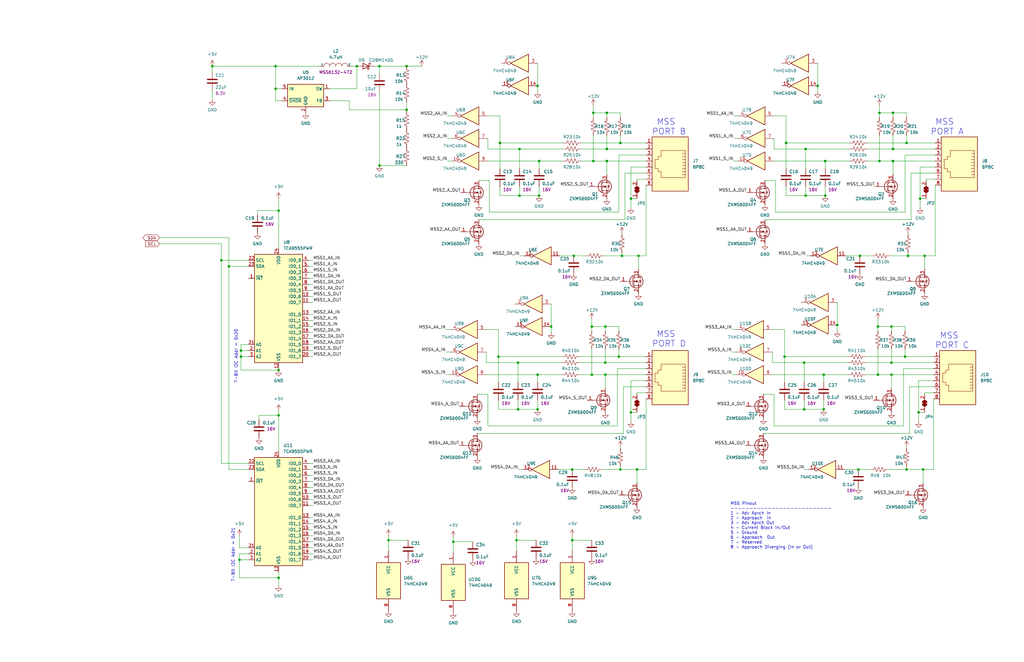
<source format=kicad_sch>
(kicad_sch (version 20211123) (generator eeschema)
  (paper "USLedger")
  (junction (at 381.635 150.495))
  (junction (at 117.475 243.84))
  (junction (at 218.44 172.72))
  (junction (at 89.535 27.94))
  (junction (at 250.19 67.945))
  (junction (at 347.98 82.55))
  (junction (at 330.835 150.495))
  (junction (at 261.62 60.325))
  (junction (at 101.6 150.495))
  (junction (at 116.205 37.465))
  (junction (at 262.255 107.95))
  (junction (at 382.27 198.12))
  (junction (at 232.41 137.795))
  (junction (at 226.695 172.72))
  (junction (at 370.84 67.945))
  (junction (at 370.205 158.115))
  (junction (at 370.84 47.625))
  (junction (at 255.905 67.945))
  (junction (at 261.62 198.12))
  (junction (at 191.135 228.6))
  (junction (at 347.98 67.945))
  (junction (at 255.27 158.115))
  (junction (at 101.6 147.955))
  (junction (at 268.605 198.12))
  (junction (at 150.495 27.94))
  (junction (at 226.695 36.195))
  (junction (at 376.555 62.865))
  (junction (at 266.065 83.82))
  (junction (at 217.805 227.965))
  (junction (at 387.35 173.99))
  (junction (at 241.3 198.12))
  (junction (at 255.27 153.035))
  (junction (at 370.205 137.795))
  (junction (at 382.905 107.95))
  (junction (at 116.205 27.94))
  (junction (at 362.585 107.95))
  (junction (at 241.3 227.965))
  (junction (at 266.065 173.99))
  (junction (at 249.555 158.115))
  (junction (at 210.185 150.495))
  (junction (at 219.075 82.55))
  (junction (at 376.555 67.945))
  (junction (at 347.345 172.72))
  (junction (at 160.02 27.94))
  (junction (at 171.45 27.94))
  (junction (at 382.27 60.325))
  (junction (at 241.935 107.95))
  (junction (at 100.965 236.22))
  (junction (at 163.83 227.965))
  (junction (at 210.82 60.325))
  (junction (at 387.985 83.82))
  (junction (at 260.985 150.495))
  (junction (at 250.19 47.625))
  (junction (at 375.92 137.795))
  (junction (at 255.27 137.795))
  (junction (at 255.905 62.865))
  (junction (at 117.475 88.9))
  (junction (at 171.45 46.355))
  (junction (at 339.09 172.72))
  (junction (at 331.47 60.325))
  (junction (at 344.805 36.195))
  (junction (at 249.555 137.795))
  (junction (at 227.33 82.55))
  (junction (at 389.89 107.95))
  (junction (at 117.475 156.21))
  (junction (at 353.06 137.16))
  (junction (at 219.075 62.865))
  (junction (at 361.95 198.12))
  (junction (at 255.905 47.625))
  (junction (at 160.02 69.85))
  (junction (at 96.52 112.395))
  (junction (at 347.345 158.115))
  (junction (at 269.24 107.95))
  (junction (at 375.92 153.035))
  (junction (at 339.725 62.865))
  (junction (at 218.44 153.035))
  (junction (at 376.555 47.625))
  (junction (at 117.475 175.26))
  (junction (at 375.92 158.115))
  (junction (at 339.725 82.55))
  (junction (at 389.255 198.12))
  (junction (at 226.695 158.115))
  (junction (at 339.09 153.035))
  (junction (at 93.345 109.855))
  (junction (at 227.33 67.945))
  (wire (pts (xy 160.02 31.115) (xy 160.02 27.94)))
  (wire (pts (xy 201.93 92.71) (xy 263.525 92.71)))
  (wire (pts (xy 217.805 226.06) (xy 217.805 227.965)))
  (wire (pts (xy 339.09 161.29) (xy 339.09 153.035)))
  (wire (pts (xy 226.695 26.67) (xy 226.695 36.195)))
  (wire (pts (xy 263.525 73.025) (xy 272.415 73.025)))
  (wire (pts (xy 163.83 227.965) (xy 163.83 232.41)))
  (wire (pts (xy 370.205 134.62) (xy 370.205 137.795)))
  (wire (pts (xy 325.755 139.065) (xy 330.835 139.065)))
  (wire (pts (xy 382.905 107.95) (xy 375.285 107.95)))
  (wire (pts (xy 201.295 166.37) (xy 205.74 166.37)))
  (wire (pts (xy 89.535 27.94) (xy 89.535 30.48)))
  (wire (pts (xy 331.47 82.55) (xy 331.47 78.74)))
  (wire (pts (xy 250.19 44.45) (xy 250.19 47.625)))
  (wire (pts (xy 390.525 75.565) (xy 394.335 75.565)))
  (wire (pts (xy 187.96 139.065) (xy 189.865 139.065)))
  (wire (pts (xy 255.905 47.625) (xy 255.905 49.53)))
  (wire (pts (xy 132.08 109.855) (xy 130.175 109.855)))
  (wire (pts (xy 227.33 71.12) (xy 227.33 67.945)))
  (wire (pts (xy 104.775 233.68) (xy 100.965 233.68)))
  (wire (pts (xy 241.3 226.06) (xy 241.3 227.965)))
  (wire (pts (xy 132.08 220.98) (xy 130.175 220.98)))
  (wire (pts (xy 244.475 158.115) (xy 249.555 158.115)))
  (wire (pts (xy 382.27 196.85) (xy 382.27 198.12)))
  (wire (pts (xy 206.375 89.535) (xy 260.985 89.535)))
  (wire (pts (xy 384.175 92.71) (xy 384.175 73.025)))
  (wire (pts (xy 139.065 37.465) (xy 150.495 37.465)))
  (wire (pts (xy 191.135 226.695) (xy 191.135 228.6)))
  (wire (pts (xy 132.08 226.06) (xy 130.175 226.06)))
  (wire (pts (xy 132.08 210.82) (xy 130.175 210.82)))
  (wire (pts (xy 100.965 231.14) (xy 104.775 231.14)))
  (wire (pts (xy 132.08 140.335) (xy 130.175 140.335)))
  (wire (pts (xy 132.08 125.095) (xy 130.175 125.095)))
  (wire (pts (xy 158.115 27.94) (xy 160.02 27.94)))
  (wire (pts (xy 96.52 112.395) (xy 104.775 112.395)))
  (wire (pts (xy 241.3 227.965) (xy 241.3 232.41)))
  (wire (pts (xy 255.27 137.795) (xy 249.555 137.795)))
  (wire (pts (xy 171.45 69.85) (xy 160.02 69.85)))
  (wire (pts (xy 381 179.705) (xy 381 155.575)))
  (wire (pts (xy 260.35 155.575) (xy 272.415 155.575)))
  (wire (pts (xy 255.905 67.945) (xy 255.905 73.66)))
  (wire (pts (xy 218.44 153.035) (xy 236.855 153.035)))
  (wire (pts (xy 249.555 158.115) (xy 255.27 158.115)))
  (wire (pts (xy 326.39 179.705) (xy 381 179.705)))
  (wire (pts (xy 117.475 175.26) (xy 117.475 190.5)))
  (wire (pts (xy 235.585 198.12) (xy 241.3 198.12)))
  (wire (pts (xy 381.635 147.32) (xy 381.635 150.495)))
  (wire (pts (xy 370.205 147.32) (xy 370.205 158.115)))
  (wire (pts (xy 210.82 60.325) (xy 210.82 71.12)))
  (wire (pts (xy 309.245 58.42) (xy 311.15 58.42)))
  (wire (pts (xy 330.835 150.495) (xy 357.505 150.495)))
  (wire (pts (xy 187.96 148.59) (xy 189.865 148.59)))
  (wire (pts (xy 268.605 75.565) (xy 272.415 75.565)))
  (wire (pts (xy 339.725 71.12) (xy 339.725 62.865)))
  (wire (pts (xy 344.805 26.67) (xy 344.805 36.195)))
  (wire (pts (xy 89.535 27.94) (xy 116.205 27.94)))
  (wire (pts (xy 261.62 198.12) (xy 268.605 198.12)))
  (wire (pts (xy 255.27 158.115) (xy 272.415 158.115)))
  (wire (pts (xy 325.755 148.59) (xy 325.755 153.035)))
  (wire (pts (xy 339.725 82.55) (xy 331.47 82.55)))
  (wire (pts (xy 339.725 107.95) (xy 341.63 107.95)))
  (wire (pts (xy 339.09 168.91) (xy 339.09 172.72)))
  (wire (pts (xy 261.62 196.85) (xy 261.62 198.12)))
  (wire (pts (xy 205.74 48.895) (xy 210.82 48.895)))
  (wire (pts (xy 382.27 47.625) (xy 376.555 47.625)))
  (wire (pts (xy 101.6 156.21) (xy 117.475 156.21)))
  (wire (pts (xy 132.08 114.935) (xy 130.175 114.935)))
  (wire (pts (xy 381.635 137.795) (xy 381.635 139.7)))
  (wire (pts (xy 241.3 198.12) (xy 246.38 198.12)))
  (wire (pts (xy 326.39 67.945) (xy 347.98 67.945)))
  (wire (pts (xy 339.09 198.12) (xy 340.995 198.12)))
  (wire (pts (xy 132.08 205.74) (xy 130.175 205.74)))
  (wire (pts (xy 132.08 208.28) (xy 130.175 208.28)))
  (wire (pts (xy 108.585 88.9) (xy 117.475 88.9)))
  (wire (pts (xy 227.33 67.945) (xy 237.49 67.945)))
  (wire (pts (xy 171.45 46.355) (xy 147.32 46.355)))
  (wire (pts (xy 387.35 160.655) (xy 387.35 173.99)))
  (wire (pts (xy 116.205 37.465) (xy 118.745 37.465)))
  (wire (pts (xy 365.76 67.945) (xy 370.84 67.945)))
  (wire (pts (xy 347.98 71.12) (xy 347.98 67.945)))
  (wire (pts (xy 132.08 223.52) (xy 130.175 223.52)))
  (wire (pts (xy 132.08 200.66) (xy 130.175 200.66)))
  (wire (pts (xy 375.92 158.115) (xy 375.92 163.83)))
  (wire (pts (xy 201.295 182.88) (xy 262.89 182.88)))
  (wire (pts (xy 244.475 150.495) (xy 260.985 150.495)))
  (wire (pts (xy 272.415 168.275) (xy 272.415 198.12)))
  (wire (pts (xy 330.835 139.065) (xy 330.835 150.495)))
  (wire (pts (xy 353.06 127.635) (xy 353.06 137.16)))
  (wire (pts (xy 382.905 106.68) (xy 382.905 107.95)))
  (wire (pts (xy 330.835 150.495) (xy 330.835 161.29)))
  (wire (pts (xy 117.475 88.9) (xy 117.475 104.775)))
  (wire (pts (xy 109.22 177.165) (xy 109.22 175.26)))
  (wire (pts (xy 218.44 168.91) (xy 218.44 172.72)))
  (wire (pts (xy 272.415 107.95) (xy 269.24 107.95)))
  (wire (pts (xy 325.755 153.035) (xy 339.09 153.035)))
  (wire (pts (xy 67.31 102.87) (xy 93.345 102.87)))
  (wire (pts (xy 217.805 227.965) (xy 226.06 227.965)))
  (wire (pts (xy 381.635 89.535) (xy 381.635 65.405)))
  (wire (pts (xy 201.93 76.2) (xy 206.375 76.2)))
  (wire (pts (xy 219.075 78.74) (xy 219.075 82.55)))
  (wire (pts (xy 101.6 145.415) (xy 101.6 147.955)))
  (wire (pts (xy 150.495 37.465) (xy 150.495 27.94)))
  (wire (pts (xy 387.985 70.485) (xy 394.335 70.485)))
  (wire (pts (xy 171.45 27.94) (xy 177.8 27.94)))
  (wire (pts (xy 308.61 148.59) (xy 310.515 148.59)))
  (wire (pts (xy 387.35 173.99) (xy 387.35 177.8)))
  (wire (pts (xy 218.44 161.29) (xy 218.44 153.035)))
  (wire (pts (xy 389.255 198.12) (xy 389.255 203.835)))
  (wire (pts (xy 362.585 107.95) (xy 367.665 107.95)))
  (wire (pts (xy 132.08 236.22) (xy 130.175 236.22)))
  (wire (pts (xy 210.82 60.325) (xy 237.49 60.325)))
  (wire (pts (xy 260.985 137.795) (xy 260.985 139.7)))
  (wire (pts (xy 191.135 228.6) (xy 191.135 233.045)))
  (wire (pts (xy 382.27 47.625) (xy 382.27 49.53)))
  (wire (pts (xy 245.11 62.865) (xy 255.905 62.865)))
  (wire (pts (xy 132.08 231.14) (xy 130.175 231.14)))
  (wire (pts (xy 260.985 137.795) (xy 255.27 137.795)))
  (wire (pts (xy 261.62 47.625) (xy 261.62 49.53)))
  (wire (pts (xy 330.835 172.72) (xy 330.835 168.91)))
  (wire (pts (xy 376.555 57.15) (xy 376.555 62.865)))
  (wire (pts (xy 389.89 165.735) (xy 393.7 165.735)))
  (wire (pts (xy 188.595 58.42) (xy 190.5 58.42)))
  (wire (pts (xy 147.32 42.545) (xy 139.065 42.545)))
  (wire (pts (xy 375.92 137.795) (xy 375.92 139.7)))
  (wire (pts (xy 331.47 60.325) (xy 331.47 71.12)))
  (wire (pts (xy 218.44 198.12) (xy 220.345 198.12)))
  (wire (pts (xy 394.335 78.105) (xy 394.335 107.95)))
  (wire (pts (xy 309.245 48.895) (xy 311.15 48.895)))
  (wire (pts (xy 188.595 48.895) (xy 190.5 48.895)))
  (wire (pts (xy 272.415 78.105) (xy 272.415 107.95)))
  (wire (pts (xy 250.19 67.945) (xy 255.905 67.945)))
  (wire (pts (xy 109.22 175.26) (xy 117.475 175.26)))
  (wire (pts (xy 93.345 109.855) (xy 104.775 109.855)))
  (wire (pts (xy 236.22 107.95) (xy 241.935 107.95)))
  (wire (pts (xy 387.985 83.82) (xy 390.525 83.82)))
  (wire (pts (xy 365.76 60.325) (xy 382.27 60.325)))
  (wire (pts (xy 93.345 102.87) (xy 93.345 109.855)))
  (wire (pts (xy 100.965 233.68) (xy 100.965 236.22)))
  (wire (pts (xy 116.205 27.94) (xy 116.205 37.465)))
  (wire (pts (xy 132.08 137.795) (xy 130.175 137.795)))
  (wire (pts (xy 331.47 60.325) (xy 358.14 60.325)))
  (wire (pts (xy 132.08 203.2) (xy 130.175 203.2)))
  (wire (pts (xy 132.08 112.395) (xy 130.175 112.395)))
  (wire (pts (xy 101.6 147.955) (xy 104.775 147.955)))
  (wire (pts (xy 331.47 48.895) (xy 331.47 60.325)))
  (wire (pts (xy 268.605 76.2) (xy 268.605 75.565)))
  (wire (pts (xy 261.62 198.12) (xy 254 198.12)))
  (wire (pts (xy 262.89 182.88) (xy 262.89 163.195)))
  (wire (pts (xy 389.255 198.12) (xy 393.7 198.12)))
  (wire (pts (xy 381.635 65.405) (xy 394.335 65.405)))
  (wire (pts (xy 132.08 228.6) (xy 130.175 228.6)))
  (wire (pts (xy 326.39 48.895) (xy 331.47 48.895)))
  (wire (pts (xy 327.025 89.535) (xy 381.635 89.535)))
  (wire (pts (xy 219.075 107.95) (xy 220.98 107.95)))
  (wire (pts (xy 116.205 42.545) (xy 116.205 37.465)))
  (wire (pts (xy 384.175 73.025) (xy 394.335 73.025)))
  (wire (pts (xy 370.84 57.15) (xy 370.84 67.945)))
  (wire (pts (xy 382.27 198.12) (xy 374.65 198.12)))
  (wire (pts (xy 132.08 117.475) (xy 130.175 117.475)))
  (wire (pts (xy 132.08 132.715) (xy 130.175 132.715)))
  (wire (pts (xy 260.985 147.32) (xy 260.985 150.495)))
  (wire (pts (xy 365.125 150.495) (xy 381.635 150.495)))
  (wire (pts (xy 117.475 156.21) (xy 117.475 155.575)))
  (wire (pts (xy 227.33 82.55) (xy 219.075 82.55)))
  (wire (pts (xy 375.92 158.115) (xy 393.7 158.115)))
  (wire (pts (xy 370.84 67.945) (xy 376.555 67.945)))
  (wire (pts (xy 365.76 62.865) (xy 376.555 62.865)))
  (wire (pts (xy 266.065 70.485) (xy 272.415 70.485)))
  (wire (pts (xy 132.08 142.875) (xy 130.175 142.875)))
  (wire (pts (xy 382.27 189.23) (xy 382.27 188.595)))
  (wire (pts (xy 219.075 71.12) (xy 219.075 62.865)))
  (wire (pts (xy 308.61 139.065) (xy 310.515 139.065)))
  (wire (pts (xy 266.065 70.485) (xy 266.065 83.82)))
  (wire (pts (xy 260.985 150.495) (xy 272.415 150.495)))
  (wire (pts (xy 370.205 158.115) (xy 375.92 158.115)))
  (wire (pts (xy 393.7 168.275) (xy 393.7 198.12)))
  (wire (pts (xy 260.985 65.405) (xy 272.415 65.405)))
  (wire (pts (xy 376.555 67.945) (xy 394.335 67.945)))
  (wire (pts (xy 376.555 47.625) (xy 370.84 47.625)))
  (wire (pts (xy 262.255 107.95) (xy 254.635 107.95)))
  (wire (pts (xy 269.24 107.95) (xy 269.24 113.665)))
  (wire (pts (xy 382.27 60.325) (xy 394.335 60.325)))
  (wire (pts (xy 205.74 67.945) (xy 227.33 67.945)))
  (wire (pts (xy 383.54 182.88) (xy 383.54 163.195)))
  (wire (pts (xy 219.075 82.55) (xy 210.82 82.55)))
  (wire (pts (xy 205.74 166.37) (xy 205.74 179.705)))
  (wire (pts (xy 266.065 83.82) (xy 268.605 83.82)))
  (wire (pts (xy 117.475 173.355) (xy 117.475 175.26)))
  (wire (pts (xy 382.905 99.06) (xy 382.905 98.425)))
  (wire (pts (xy 232.41 137.795) (xy 232.41 140.335)))
  (wire (pts (xy 387.35 173.99) (xy 389.89 173.99)))
  (wire (pts (xy 205.105 158.115) (xy 226.695 158.115)))
  (wire (pts (xy 219.075 62.865) (xy 237.49 62.865)))
  (wire (pts (xy 226.695 36.195) (xy 226.695 38.735)))
  (wire (pts (xy 108.585 90.805) (xy 108.585 88.9)))
  (wire (pts (xy 171.45 43.18) (xy 171.45 46.355)))
  (wire (pts (xy 116.205 42.545) (xy 118.745 42.545)))
  (wire (pts (xy 266.065 83.82) (xy 266.065 87.63)))
  (wire (pts (xy 255.905 62.865) (xy 272.415 62.865)))
  (wire (pts (xy 210.82 48.895) (xy 210.82 60.325)))
  (wire (pts (xy 387.985 70.485) (xy 387.985 83.82)))
  (wire (pts (xy 383.54 163.195) (xy 393.7 163.195)))
  (wire (pts (xy 93.345 195.58) (xy 104.775 195.58)))
  (wire (pts (xy 361.95 198.12) (xy 367.03 198.12)))
  (wire (pts (xy 205.74 58.42) (xy 205.74 62.865)))
  (wire (pts (xy 376.555 47.625) (xy 376.555 49.53)))
  (wire (pts (xy 327.025 76.2) (xy 327.025 89.535)))
  (wire (pts (xy 191.135 228.6) (xy 199.39 228.6)))
  (wire (pts (xy 266.065 160.655) (xy 266.065 173.99)))
  (wire (pts (xy 217.805 227.965) (xy 217.805 232.41)))
  (wire (pts (xy 268.605 166.37) (xy 268.605 165.735)))
  (wire (pts (xy 272.415 198.12) (xy 268.605 198.12)))
  (wire (pts (xy 326.39 58.42) (xy 326.39 62.865)))
  (wire (pts (xy 232.41 128.27) (xy 232.41 137.795)))
  (wire (pts (xy 132.08 233.68) (xy 130.175 233.68)))
  (wire (pts (xy 132.08 147.955) (xy 130.175 147.955)))
  (wire (pts (xy 262.89 163.195) (xy 272.415 163.195)))
  (wire (pts (xy 262.255 99.06) (xy 262.255 98.425)))
  (wire (pts (xy 249.555 147.32) (xy 249.555 158.115)))
  (wire (pts (xy 89.535 38.1) (xy 89.535 41.91)))
  (wire (pts (xy 132.08 198.12) (xy 130.175 198.12)))
  (wire (pts (xy 147.32 46.355) (xy 147.32 42.545)))
  (wire (pts (xy 255.27 158.115) (xy 255.27 163.83)))
  (wire (pts (xy 382.905 107.95) (xy 389.89 107.95)))
  (wire (pts (xy 160.02 38.735) (xy 160.02 69.85)))
  (wire (pts (xy 210.185 150.495) (xy 236.855 150.495)))
  (wire (pts (xy 132.08 135.255) (xy 130.175 135.255)))
  (wire (pts (xy 117.475 247.015) (xy 117.475 243.84)))
  (wire (pts (xy 104.775 145.415) (xy 101.6 145.415)))
  (wire (pts (xy 370.205 137.795) (xy 370.205 139.7)))
  (wire (pts (xy 387.985 83.82) (xy 387.985 87.63)))
  (wire (pts (xy 100.965 236.22) (xy 104.775 236.22)))
  (wire (pts (xy 205.74 179.705) (xy 260.35 179.705)))
  (wire (pts (xy 132.08 127.635) (xy 130.175 127.635)))
  (wire (pts (xy 132.08 218.44) (xy 130.175 218.44)))
  (wire (pts (xy 160.02 27.94) (xy 171.45 27.94)))
  (wire (pts (xy 382.27 57.15) (xy 382.27 60.325)))
  (wire (pts (xy 322.58 92.71) (xy 384.175 92.71)))
  (wire (pts (xy 260.985 89.535) (xy 260.985 65.405)))
  (wire (pts (xy 261.62 47.625) (xy 255.905 47.625)))
  (wire (pts (xy 226.695 161.29) (xy 226.695 158.115)))
  (wire (pts (xy 250.19 57.15) (xy 250.19 67.945)))
  (wire (pts (xy 262.255 106.68) (xy 262.255 107.95)))
  (wire (pts (xy 101.6 150.495) (xy 104.775 150.495)))
  (wire (pts (xy 245.11 67.945) (xy 250.19 67.945)))
  (wire (pts (xy 381.635 150.495) (xy 393.7 150.495)))
  (wire (pts (xy 339.09 172.72) (xy 330.835 172.72)))
  (wire (pts (xy 245.11 60.325) (xy 261.62 60.325)))
  (wire (pts (xy 381 155.575) (xy 393.7 155.575)))
  (wire (pts (xy 163.83 227.965) (xy 172.085 227.965)))
  (wire (pts (xy 347.345 161.29) (xy 347.345 158.115)))
  (wire (pts (xy 266.065 173.99) (xy 266.065 177.8)))
  (wire (pts (xy 100.965 243.84) (xy 117.475 243.84)))
  (wire (pts (xy 309.245 67.945) (xy 311.15 67.945)))
  (wire (pts (xy 132.08 195.58) (xy 130.175 195.58)))
  (wire (pts (xy 376.555 67.945) (xy 376.555 73.66)))
  (wire (pts (xy 188.595 67.945) (xy 190.5 67.945)))
  (wire (pts (xy 339.725 62.865) (xy 358.14 62.865)))
  (wire (pts (xy 387.35 160.655) (xy 393.7 160.655)))
  (wire (pts (xy 347.98 82.55) (xy 339.725 82.55)))
  (wire (pts (xy 205.74 62.865) (xy 219.075 62.865)))
  (wire (pts (xy 389.89 107.95) (xy 389.89 113.665)))
  (wire (pts (xy 226.695 172.72) (xy 218.44 172.72)))
  (wire (pts (xy 171.45 46.355) (xy 171.45 46.99)))
  (wire (pts (xy 150.495 27.94) (xy 147.955 27.94)))
  (wire (pts (xy 382.27 198.12) (xy 389.255 198.12)))
  (wire (pts (xy 96.52 112.395) (xy 96.52 198.12)))
  (wire (pts (xy 347.345 168.91) (xy 347.345 172.72)))
  (wire (pts (xy 226.695 158.115) (xy 236.855 158.115)))
  (wire (pts (xy 241.3 227.965) (xy 249.555 227.965)))
  (wire (pts (xy 250.19 47.625) (xy 250.19 49.53)))
  (wire (pts (xy 344.805 36.195) (xy 344.805 38.735)))
  (wire (pts (xy 255.905 57.15) (xy 255.905 62.865)))
  (wire (pts (xy 266.065 160.655) (xy 272.415 160.655)))
  (wire (pts (xy 210.185 172.72) (xy 210.185 168.91)))
  (wire (pts (xy 321.945 166.37) (xy 326.39 166.37)))
  (wire (pts (xy 308.61 158.115) (xy 310.515 158.115)))
  (wire (pts (xy 347.98 67.945) (xy 358.14 67.945)))
  (wire (pts (xy 339.725 78.74) (xy 339.725 82.55)))
  (wire (pts (xy 370.84 44.45) (xy 370.84 47.625)))
  (wire (pts (xy 266.065 173.99) (xy 268.605 173.99)))
  (wire (pts (xy 268.605 198.12) (xy 268.605 203.835)))
  (wire (pts (xy 326.39 62.865) (xy 339.725 62.865)))
  (wire (pts (xy 365.125 153.035) (xy 375.92 153.035)))
  (wire (pts (xy 326.39 166.37) (xy 326.39 179.705)))
  (wire (pts (xy 322.58 76.2) (xy 327.025 76.2)))
  (wire (pts (xy 117.475 243.84) (xy 117.475 241.3)))
  (wire (pts (xy 376.555 62.865) (xy 394.335 62.865)))
  (wire (pts (xy 325.755 158.115) (xy 347.345 158.115)))
  (wire (pts (xy 132.08 145.415) (xy 130.175 145.415)))
  (wire (pts (xy 226.695 168.91) (xy 226.695 172.72)))
  (wire (pts (xy 365.125 158.115) (xy 370.205 158.115)))
  (wire (pts (xy 249.555 134.62) (xy 249.555 137.795)))
  (wire (pts (xy 210.82 82.55) (xy 210.82 78.74)))
  (wire (pts (xy 394.335 107.95) (xy 389.89 107.95)))
  (wire (pts (xy 187.96 158.115) (xy 189.865 158.115)))
  (wire (pts (xy 321.945 182.88) (xy 383.54 182.88)))
  (wire (pts (xy 210.185 150.495) (xy 210.185 161.29)))
  (wire (pts (xy 260.35 179.705) (xy 260.35 155.575)))
  (wire (pts (xy 263.525 92.71) (xy 263.525 73.025)))
  (wire (pts (xy 205.105 139.065) (xy 210.185 139.065)))
  (wire (pts (xy 268.605 165.735) (xy 272.415 165.735)))
  (wire (pts (xy 163.83 226.06) (xy 163.83 227.965)))
  (wire (pts (xy 390.525 76.2) (xy 390.525 75.565)))
  (wire (pts (xy 67.31 100.33) (xy 96.52 100.33)))
  (wire (pts (xy 381.635 137.795) (xy 375.92 137.795)))
  (wire (pts (xy 132.08 150.495) (xy 130.175 150.495)))
  (wire (pts (xy 347.98 78.74) (xy 347.98 82.55)))
  (wire (pts (xy 100.965 226.06) (xy 100.965 231.14)))
  (wire (pts (xy 261.62 60.325) (xy 272.415 60.325)))
  (wire (pts (xy 116.205 27.94) (xy 135.255 27.94)))
  (wire (pts (xy 132.08 213.36) (xy 130.175 213.36)))
  (wire (pts (xy 210.185 139.065) (xy 210.185 150.495)))
  (wire (pts (xy 356.87 107.95) (xy 362.585 107.95)))
  (wire (pts (xy 370.84 47.625) (xy 370.84 49.53)))
  (wire (pts (xy 249.555 137.795) (xy 249.555 139.7)))
  (wire (pts (xy 100.965 236.22) (xy 100.965 243.84)))
  (wire (pts (xy 227.33 78.74) (xy 227.33 82.55)))
  (wire (pts (xy 375.92 153.035) (xy 393.7 153.035)))
  (wire (pts (xy 96.52 100.33) (xy 96.52 112.395)))
  (wire (pts (xy 218.44 172.72) (xy 210.185 172.72)))
  (wire (pts (xy 132.08 120.015) (xy 130.175 120.015)))
  (wire (pts (xy 261.62 57.15) (xy 261.62 60.325)))
  (wire (pts (xy 347.345 172.72) (xy 339.09 172.72)))
  (wire (pts (xy 244.475 153.035) (xy 255.27 153.035)))
  (wire (pts (xy 93.345 109.855) (xy 93.345 195.58)))
  (wire (pts (xy 96.52 198.12) (xy 104.775 198.12)))
  (wire (pts (xy 241.935 107.95) (xy 247.015 107.95)))
  (wire (pts (xy 206.375 76.2) (xy 206.375 89.535)))
  (wire (pts (xy 255.27 153.035) (xy 272.415 153.035)))
  (wire (pts (xy 101.6 150.495) (xy 101.6 156.21)))
  (wire (pts (xy 255.27 137.795) (xy 255.27 139.7)))
  (wire (pts (xy 117.475 83.82) (xy 117.475 88.9)))
  (wire (pts (xy 132.08 122.555) (xy 130.175 122.555)))
  (wire (pts (xy 261.62 189.23) (xy 261.62 188.595)))
  (wire (pts (xy 205.105 148.59) (xy 205.105 153.035)))
  (wire (pts (xy 353.06 137.16) (xy 353.06 139.7)))
  (wire (pts (xy 375.92 147.32) (xy 375.92 153.035)))
  (wire (pts (xy 262.255 107.95) (xy 269.24 107.95)))
  (wire (pts (xy 255.905 47.625) (xy 250.19 47.625)))
  (wire (pts (xy 339.09 153.035) (xy 357.505 153.035)))
  (wire (pts (xy 375.92 137.795) (xy 370.205 137.795)))
  (wire (pts (xy 347.345 158.115) (xy 357.505 158.115)))
  (wire (pts (xy 255.905 67.945) (xy 272.415 67.945)))
  (wire (pts (xy 389.89 166.37) (xy 389.89 165.735)))
  (wire (pts (xy 255.27 147.32) (xy 255.27 153.035)))
  (wire (pts (xy 101.6 147.955) (xy 101.6 150.495)))
  (wire (pts (xy 205.105 153.035) (xy 218.44 153.035)))
  (wire (pts (xy 356.235 198.12) (xy 361.95 198.12)))
  (text " MSS\nPORT A" (at 392.43 57.15 0) (effects (font (size 2.54 2.54)) (justify left bottom)))
  (text "7-Bit I2C Addr = 0x20\n" (at 100.33 161.925 90) (effects (font (size 1.27 1.27)) (justify left bottom)))
  (text "MSS Pinout\n---------------------------\n1 - Adv Aprch In\n2 - Approach  In\n3 - Adv Aprch Out\n4 - Current Block In/Out\n5 - Ground\n6 - Approach  Out\n7 - Reserved\n8 - Approach Diverging (In or Out)\n" (at 307.975 231.775 0) (effects (font (size 1.27 1.27)) (justify left bottom)))
  (text "7-Bit I2C Addr = 0x21\n" (at 99.06 245.745 90) (effects (font (size 1.27 1.27)) (justify left bottom)))
  (text " MSS\nPORT B" (at 274.955 57.15 0) (effects (font (size 2.54 2.54)) (justify left bottom)))
  (text " MSS\nPORT D" (at 274.955 146.685 0) (effects (font (size 2.54 2.54)) (justify left bottom)))
  (text " MSS\nPORT C" (at 394.335 147.32 0) (effects (font (size 2.54 2.54)) (justify left bottom)))
  (label "MSS1_DA_IN" (at 132.08 117.475 0))
  (label "MSS1_A_IN" (at 309.245 58.42 180))
  (label "MSS4_S_OUT" (at 247.65 168.91 180))
  (label "MSS4_DA_OUT" (at 132.08 228.6 0))
  (label "MSS1_AA_OUT" (at 314.96 97.79 180))
  (label "MSS2_A_OUT" (at 132.08 150.495 0))
  (label "MSS3_DA_IN" (at 132.08 203.2 0))
  (label "MSS3_AA_OUT" (at 132.08 208.28 0))
  (label "MSS1_DA_IN" (at 339.725 107.95 180))
  (label "MSS2_AA_OUT" (at 132.08 145.415 0))
  (label "MSS1_S_OUT" (at 132.08 125.095 0))
  (label "MSS3_DA_OUT" (at 381.635 208.915 180))
  (label "MSS2_DA_IN" (at 132.08 140.335 0))
  (label "MSS2_S_OUT" (at 248.285 78.74 180))
  (label "MSS4_A_IN" (at 132.08 220.98 0))
  (label "MSS3_S_OUT" (at 132.08 210.82 0))
  (label "MSS2_DA_OUT" (at 132.08 142.875 0))
  (label "MSS4_AA_IN" (at 132.08 218.44 0))
  (label "MSS4_S_IN" (at 132.08 223.52 0))
  (label "MSS1_S_IN" (at 132.08 114.935 0))
  (label "MSS3_S_OUT" (at 368.3 168.91 180))
  (label "MSS1_A_OUT" (at 132.08 127.635 0))
  (label "MSS1_DA_OUT" (at 132.08 120.015 0))
  (label "MSS1_AA_IN" (at 309.245 48.895 180))
  (label "MSS3_A_IN" (at 132.08 198.12 0))
  (label "MSS4_DA_IN" (at 132.08 226.06 0))
  (label "MSS2_A_OUT" (at 194.31 81.28 180))
  (label "MSS3_AA_IN" (at 132.08 195.58 0))
  (label "MSS4_S_IN" (at 187.96 158.115 180))
  (label "MSS1_S_OUT" (at 368.935 78.74 180))
  (label "MSS3_S_IN" (at 308.61 158.115 180))
  (label "MSS3_A_IN" (at 308.61 148.59 180))
  (label "MSS4_DA_OUT" (at 260.985 208.915 180))
  (label "MSS1_A_IN" (at 132.08 112.395 0))
  (label "MSS4_A_OUT" (at 132.08 236.22 0))
  (label "MSS2_S_IN" (at 132.08 137.795 0))
  (label "MSS4_AA_IN" (at 187.96 139.065 180))
  (label "MSS4_AA_OUT" (at 193.675 187.96 180))
  (label "MSS1_DA_OUT" (at 382.27 118.745 180))
  (label "MSS3_A_OUT" (at 314.325 171.45 180))
  (label "MSS4_DA_IN" (at 218.44 198.12 180))
  (label "MSS3_DA_OUT" (at 132.08 205.74 0))
  (label "MSS1_AA_OUT" (at 132.08 122.555 0))
  (label "MSS4_AA_OUT" (at 132.08 231.14 0))
  (label "MSS4_A_OUT" (at 193.675 171.45 180))
  (label "MSS3_S_IN" (at 132.08 200.66 0))
  (label "MSS2_AA_IN" (at 188.595 48.895 180))
  (label "MSS1_AA_IN" (at 132.08 109.855 0))
  (label "MSS3_DA_IN" (at 339.09 198.12 180))
  (label "MSS2_DA_IN" (at 219.075 107.95 180))
  (label "MSS4_S_OUT" (at 132.08 233.68 0))
  (label "MSS3_AA_OUT" (at 314.325 187.96 180))
  (label "MSS1_S_IN" (at 309.245 67.945 180))
  (label "MSS2_A_IN" (at 188.595 58.42 180))
  (label "MSS4_A_IN" (at 187.96 148.59 180))
  (label "MSS3_A_OUT" (at 132.08 213.36 0))
  (label "MSS2_DA_OUT" (at 261.62 118.745 180))
  (label "MSS2_S_IN" (at 188.595 67.945 180))
  (label "MSS2_S_OUT" (at 132.08 147.955 0))
  (label "MSS3_AA_IN" (at 308.61 139.065 180))
  (label "MSS1_A_OUT" (at 314.96 81.28 180))
  (label "MSS2_AA_OUT" (at 194.31 97.79 180))
  (label "MSS2_A_IN" (at 132.08 135.255 0))
  (label "MSS2_AA_IN" (at 132.08 132.715 0))
  (global_label "SCL" (shape input) (at 67.31 102.87 180) (property "Intersheet References" "${INTERSHEET_REFS}" (effects hide)))
  (global_label "SDA" (shape bidirectional) (at 67.31 100.33 180) (property "Intersheet References" "${INTERSHEET_REFS}" (effects hide)))
  (symbol (lib_id "Device:C") (at 210.185 165.1 0) (unit 1)
    (property "Reference" "C22" (at 211.455 162.56 0) (effects (justify left)))
    (property "Value" "0.1uF" (at 211.455 167.64 0) (effects (justify left)))
    (property "Footprint" "Capacitor_SMD:C_0805_2012Metric" (effects hide))
    (property "Voltage" "16V" (at 211.455 170.18 0) (effects (justify left)))
  )
  (symbol (lib_id "Device:R_US") (at 240.665 158.115 270) (unit 1)
    (property "Reference" "R44" (at 238.76 160.655 90))
    (property "Value" "10k" (at 242.57 160.655 90))
    (property "Footprint" "Resistor_SMD:R_0805_2012Metric" (effects hide))
  )
  (symbol (lib_name "GND_1") (lib_id "power:GND") (at 353.06 139.7 0) (unit 1)
    (property "Reference" "#PWR0111" (effects hide))
    (property "Value" "GND" (at 353.06 144.145 0))
  )
  (symbol (lib_id "4xxx:4049") (at 224.79 137.795 0) (mirror y) (unit 6)
    (property "Reference" "U9" (at 220.98 135.255 0))
    (property "Value" "74HC4049" (at 218.44 140.97 0))
    (property "Footprint" "Package_SO:SO-16_3.9x9.9mm_P1.27mm" (effects hide))
    (property "Datasheet" "http://www.intersil.com/content/dam/intersil/documents/cd40/cd4049ubms.pdf" (effects hide))
  )
  (symbol (lib_name "GND_1") (lib_id "power:GND") (at 387.35 177.8 0) (unit 1)
    (property "Reference" "#PWR069" (effects hide))
    (property "Value" "GND" (at 387.35 182.245 0))
  )
  (symbol (lib_id "Device:R_US") (at 382.27 53.34 0) (mirror x) (unit 1)
    (property "Reference" "R21" (at 384.81 53.34 0))
    (property "Value" "10k" (at 385.445 55.88 0))
    (property "Footprint" "Resistor_SMD:R_0805_2012Metric" (effects hide))
  )
  (symbol (lib_id "Device:C") (at 210.82 74.93 0) (unit 1)
    (property "Reference" "C13" (at 212.09 72.39 0) (effects (justify left)))
    (property "Value" "0.1uF" (at 212.09 77.47 0) (effects (justify left)))
    (property "Footprint" "Capacitor_SMD:C_0805_2012Metric" (effects hide))
    (property "Voltage" "16V" (at 212.09 80.01 0) (effects (justify left)))
  )
  (symbol (lib_name "GND_1") (lib_id "power:GND") (at 322.58 86.36 0) (unit 1)
    (property "Reference" "#PWR046" (effects hide))
    (property "Value" "GND" (at 322.58 90.805 0))
  )
  (symbol (lib_id "Device:R_US") (at 260.985 143.51 0) (mirror x) (unit 1)
    (property "Reference" "R36" (at 263.525 143.51 0))
    (property "Value" "10k" (at 264.16 146.05 0))
    (property "Footprint" "Resistor_SMD:R_0805_2012Metric" (effects hide))
  )
  (symbol (lib_name "GND_1") (lib_id "power:GND") (at 241.935 115.57 0) (unit 1)
    (property "Reference" "#PWR054" (effects hide))
    (property "Value" "GND" (at 241.935 120.015 0))
  )
  (symbol (lib_id "power:+5V") (at 117.475 173.355 0) (unit 1)
    (property "Reference" "#PWR063" (effects hide))
    (property "Value" "+5V" (at 117.475 168.275 0))
  )
  (symbol (lib_id "power:+12V") (at 177.8 27.94 0) (mirror y) (unit 1)
    (property "Reference" "#PWR033" (effects hide))
    (property "Value" "+12V" (at 177.8 24.13 0))
  )
  (symbol (lib_name "GND_1") (lib_id "power:GND") (at 347.98 82.55 0) (unit 1)
    (property "Reference" "#PWR041" (effects hide))
    (property "Value" "GND" (at 347.98 86.995 0))
  )
  (symbol (lib_id "Device:R_US") (at 361.315 150.495 270) (unit 1)
    (property "Reference" "R41" (at 359.41 147.955 90))
    (property "Value" "10k" (at 363.22 147.955 90))
    (property "Footprint" "Resistor_SMD:R_0805_2012Metric" (effects hide))
  )
  (symbol (lib_name "GND_1") (lib_id "power:GND") (at 160.02 69.85 0) (unit 1)
    (property "Reference" "#PWR039" (effects hide))
    (property "Value" "GND" (at 160.02 74.295 0))
  )
  (symbol (lib_id "4xxx:4049") (at 349.25 107.95 0) (mirror y) (unit 5)
    (property "Reference" "U7" (at 345.44 105.41 0))
    (property "Value" "74HC4049" (at 342.9 111.125 0))
    (property "Footprint" "Package_SO:SO-16_3.9x9.9mm_P1.27mm" (effects hide))
    (property "Datasheet" "http://www.intersil.com/content/dam/intersil/documents/cd40/cd4049ubms.pdf" (effects hide))
  )
  (symbol (lib_id "Transistor_FET:ZXM61N02F") (at 320.04 97.79 0) (unit 1)
    (property "Reference" "Q6" (at 316.23 100.965 0) (effects (justify left)))
    (property "Value" "ZXMS6004FF" (at 306.705 102.87 0) (effects (justify left)))
    (property "Footprint" "Package_TO_SOT_SMD:SOT-23" (effects hide))
    (property "Datasheet" "http://www.diodes.com/assets/Datasheets/ZXM61N02F.pdf" (effects hide))
  )
  (symbol (lib_id "Device:R_US") (at 171.45 50.8 180) (unit 1)
    (property "Reference" "R15" (at 168.91 50.8 0))
    (property "Value" "1k" (at 168.275 53.34 0))
    (property "Footprint" "Resistor_SMD:R_0805_2012Metric" (effects hide))
  )
  (symbol (lib_id "power:GND") (at 226.06 235.585 0) (unit 1)
    (property "Reference" "#PWR085" (effects hide))
    (property "Value" "GND" (effects hide))
  )
  (symbol (lib_id "Device:C") (at 347.345 165.1 0) (unit 1)
    (property "Reference" "C27" (at 349.25 162.56 0) (effects (justify left)))
    (property "Value" "0.1uF" (at 348.615 167.64 0) (effects (justify left)))
    (property "Footprint" "Capacitor_SMD:C_0805_2012Metric" (effects hide))
    (property "Voltage" "16V" (at 348.615 170.18 0) (effects (justify left)))
  )
  (symbol (lib_id "Device:R_US") (at 240.665 153.035 270) (unit 1)
    (property "Reference" "R42" (at 238.76 155.575 90))
    (property "Value" "10k" (at 242.57 155.575 90))
    (property "Footprint" "Resistor_SMD:R_0805_2012Metric" (effects hide))
  )
  (symbol (lib_id "4xxx:4049") (at 198.12 48.895 0) (mirror y) (unit 2)
    (property "Reference" "U6" (at 194.31 46.355 0))
    (property "Value" "74HC4049" (at 191.77 52.07 0))
    (property "Footprint" "Package_SO:SO-16_3.9x9.9mm_P1.27mm" (effects hide))
    (property "Datasheet" "http://www.intersil.com/content/dam/intersil/documents/cd40/cd4049ubms.pdf" (effects hide))
  )
  (symbol (lib_id "4xxx:4049") (at 345.44 137.16 0) (mirror y) (unit 6)
    (property "Reference" "U10" (at 341.63 134.62 0))
    (property "Value" "74HC4049" (at 339.09 140.335 0))
    (property "Footprint" "Package_SO:SO-16_3.9x9.9mm_P1.27mm" (effects hide))
    (property "Datasheet" "http://www.intersil.com/content/dam/intersil/documents/cd40/cd4049ubms.pdf" (effects hide))
  )
  (symbol (lib_id "Device:R_US") (at 171.45 66.04 180) (unit 1)
    (property "Reference" "R27" (at 168.91 66.04 0))
    (property "Value" "330" (at 168.275 68.58 0))
    (property "Footprint" "Resistor_SMD:R_0805_2012Metric" (effects hide))
  )
  (symbol (lib_id "Device:C") (at 219.075 74.93 0) (unit 1)
    (property "Reference" "C14" (at 220.345 72.39 0) (effects (justify left)))
    (property "Value" "0.1uF" (at 220.345 77.47 0) (effects (justify left)))
    (property "Footprint" "Capacitor_SMD:C_0805_2012Metric" (effects hide))
    (property "Voltage" "16V" (at 220.345 80.01 0) (effects (justify left)))
  )
  (symbol (lib_name "GND_1") (lib_id "power:GND") (at 344.805 38.735 0) (unit 1)
    (property "Reference" "#PWR0108" (effects hide))
    (property "Value" "GND" (at 344.805 43.18 0))
  )
  (symbol (lib_id "Device:R_US") (at 241.3 62.865 270) (unit 1)
    (property "Reference" "R25" (at 239.395 65.405 90))
    (property "Value" "10k" (at 243.205 65.405 90))
    (property "Footprint" "Resistor_SMD:R_0805_2012Metric" (effects hide))
  )
  (symbol (lib_id "Device:R_US") (at 255.27 143.51 0) (mirror x) (unit 1)
    (property "Reference" "R35" (at 257.81 143.51 0))
    (property "Value" "10k" (at 258.445 146.05 0))
    (property "Footprint" "Resistor_SMD:R_0805_2012Metric" (effects hide))
  )
  (symbol (lib_id "Device:R_US") (at 361.315 158.115 270) (unit 1)
    (property "Reference" "R45" (at 359.41 160.655 90))
    (property "Value" "10k" (at 363.22 160.655 90))
    (property "Footprint" "Resistor_SMD:R_0805_2012Metric" (effects hide))
  )
  (symbol (lib_id "power:+12V") (at 370.84 44.45 0) (mirror y) (unit 1)
    (property "Reference" "#PWR036" (effects hide))
    (property "Value" "+12V" (at 370.84 40.64 0))
  )
  (symbol (lib_id "Device:R_US") (at 250.19 53.34 0) (mirror x) (unit 1)
    (property "Reference" "R16" (at 252.73 53.34 0))
    (property "Value" "10k" (at 253.365 55.88 0))
    (property "Footprint" "Resistor_SMD:R_0805_2012Metric" (effects hide))
  )
  (symbol (lib_id "Device:C") (at 109.22 180.975 0) (mirror y) (unit 1)
    (property "Reference" "C28" (at 107.95 178.435 0) (effects (justify left)))
    (property "Value" "0.1uF" (at 116.205 178.435 0) (effects (justify left)))
    (property "Footprint" "Capacitor_SMD:C_0805_2012Metric" (effects hide))
    (property "Voltage" "16V" (at 116.205 180.975 0) (effects (justify left)))
  )
  (symbol (lib_name "GND_1") (lib_id "power:GND") (at 269.24 123.825 0) (unit 1)
    (property "Reference" "#PWR056" (effects hide))
    (property "Value" "GND" (at 269.24 128.27 0))
  )
  (symbol (lib_name "GND_1") (lib_id "power:GND") (at 387.985 87.63 0) (unit 1)
    (property "Reference" "#PWR048" (effects hide))
    (property "Value" "GND" (at 387.985 92.075 0))
  )
  (symbol (lib_name "GND_1") (lib_id "power:GND") (at 266.065 177.8 0) (unit 1)
    (property "Reference" "#PWR068" (effects hide))
    (property "Value" "GND" (at 266.065 182.245 0))
  )
  (symbol (lib_id "4xxx:4049") (at 318.77 48.895 0) (mirror y) (unit 2)
    (property "Reference" "U7" (at 314.96 46.355 0))
    (property "Value" "74HC4049" (at 312.42 52.07 0))
    (property "Footprint" "Package_SO:SO-16_3.9x9.9mm_P1.27mm" (effects hide))
    (property "Datasheet" "http://www.intersil.com/content/dam/intersil/documents/cd40/cd4049ubms.pdf" (effects hide))
  )
  (symbol (lib_id "Transistor_FET:ZXM61N02F") (at 198.755 187.96 0) (unit 1)
    (property "Reference" "Q13" (at 194.945 191.135 0) (effects (justify left)))
    (property "Value" "ZXMS6004FF" (at 185.42 193.04 0) (effects (justify left)))
    (property "Footprint" "Package_TO_SOT_SMD:SOT-23" (effects hide))
    (property "Datasheet" "http://www.diodes.com/assets/Datasheets/ZXM61N02F.pdf" (effects hide))
  )
  (symbol (lib_name "GND_1") (lib_id "power:GND") (at 241.3 257.81 0) (unit 1)
    (property "Reference" "#PWR091" (effects hide))
    (property "Value" "GND" (at 241.3 262.255 0))
  )
  (symbol (lib_id "Device:C") (at 330.835 165.1 0) (unit 1)
    (property "Reference" "C25" (at 332.105 162.56 0) (effects (justify left)))
    (property "Value" "0.1uF" (at 332.105 167.64 0) (effects (justify left)))
    (property "Footprint" "Capacitor_SMD:C_0805_2012Metric" (effects hide))
    (property "Voltage" "16V" (at 332.105 170.18 0) (effects (justify left)))
  )
  (symbol (lib_id "Device:R_US") (at 250.825 107.95 270) (unit 1)
    (property "Reference" "R32" (at 248.92 110.49 90))
    (property "Value" "10k" (at 252.73 110.49 90))
    (property "Footprint" "Resistor_SMD:R_0805_2012Metric" (effects hide))
  )
  (symbol (lib_id "power:+5V") (at 89.535 27.94 0) (unit 1)
    (property "Reference" "#PWR032" (effects hide))
    (property "Value" "+5V" (at 89.535 22.86 0))
  )
  (symbol (lib_id "power:GND") (at 249.555 235.585 0) (unit 1)
    (property "Reference" "#PWR086" (effects hide))
    (property "Value" "GND" (effects hide))
  )
  (symbol (lib_id "Interface_Expansion:PCA9555D") (at 117.475 215.9 0) (unit 1)
    (property "Reference" "U11" (at 119.4944 187.96 0) (effects (justify left)))
    (property "Value" "TCA9555PWR" (at 119.4944 190.5 0) (effects (justify left)))
    (property "Footprint" "Package_SO:TSSOP-24_4.4x7.8mm_P0.65mm" (effects hide))
    (property "Datasheet" "https://www.nxp.com/docs/en/data-sheet/PCA9555.pdf" (effects hide))
  )
  (symbol (lib_id "Transistor_FET:ZXM61N02F") (at 319.405 187.96 0) (unit 1)
    (property "Reference" "Q14" (at 315.595 191.135 0) (effects (justify left)))
    (property "Value" "ZXMS6004FF" (at 306.07 193.04 0) (effects (justify left)))
    (property "Footprint" "Package_TO_SOT_SMD:SOT-23" (effects hide))
    (property "Datasheet" "http://www.diodes.com/assets/Datasheets/ZXM61N02F.pdf" (effects hide))
  )
  (symbol (lib_id "Device:R_US") (at 241.3 60.325 270) (unit 1)
    (property "Reference" "R23" (at 239.395 57.785 90))
    (property "Value" "10k" (at 243.205 57.785 90))
    (property "Footprint" "Resistor_SMD:R_0805_2012Metric" (effects hide))
  )
  (symbol (lib_name "GND_1") (lib_id "power:GND") (at 268.605 213.995 0) (unit 1)
    (property "Reference" "#PWR077" (effects hide))
    (property "Value" "GND" (at 268.605 218.44 0))
  )
  (symbol (lib_id "Device:R_US") (at 261.62 53.34 0) (mirror x) (unit 1)
    (property "Reference" "R18" (at 264.16 53.34 0))
    (property "Value" "10k" (at 264.795 55.88 0))
    (property "Footprint" "Resistor_SMD:R_0805_2012Metric" (effects hide))
  )
  (symbol (lib_id "power:+5V") (at 163.83 226.06 0) (unit 1)
    (property "Reference" "#PWR080" (effects hide))
    (property "Value" "+5V" (at 163.83 220.98 0))
  )
  (symbol (lib_id "4xxx:4049") (at 348.615 198.12 0) (mirror y) (unit 5)
    (property "Reference" "U10" (at 344.805 195.58 0))
    (property "Value" "74HC4049" (at 342.265 201.295 0))
    (property "Footprint" "Package_SO:SO-16_3.9x9.9mm_P1.27mm" (effects hide))
    (property "Datasheet" "http://www.intersil.com/content/dam/intersil/documents/cd40/cd4049ubms.pdf" (effects hide))
  )
  (symbol (lib_name "GND_1") (lib_id "power:GND") (at 109.22 184.785 0) (unit 1)
    (property "Reference" "#PWR070" (effects hide))
    (property "Value" "GND" (at 109.22 189.23 0))
  )
  (symbol (lib_id "Device:D_Schottky") (at 154.305 27.94 0) (mirror y) (unit 1)
    (property "Reference" "D9" (at 151.13 25.4 0) (effects (justify right)))
    (property "Value" "CDBM140G" (at 155.575 25.4 0) (effects (justify right)))
    (property "Footprint" "ISE_Generic:SOD-123T" (effects hide))
  )
  (symbol (lib_name "GND_1") (lib_id "power:GND") (at 191.135 258.445 0) (unit 1)
    (property "Reference" "#PWR092" (effects hide))
    (property "Value" "GND" (at 191.135 262.89 0))
  )
  (symbol (lib_id "power:+12V") (at 262.255 98.425 0) (mirror y) (unit 1)
    (property "Reference" "#PWR050" (effects hide))
    (property "Value" "+12V" (at 262.255 94.615 0))
  )
  (symbol (lib_id "Device:C") (at 362.585 111.76 0) (mirror y) (unit 1)
    (property "Reference" "C21" (at 360.68 109.22 0) (effects (justify left)))
    (property "Value" "0.1uF" (at 361.315 114.3 0) (effects (justify left)))
    (property "Footprint" "Capacitor_SMD:C_0805_2012Metric" (effects hide))
    (property "Voltage" "16V" (at 361.315 116.84 0) (effects (justify left)))
  )
  (symbol (lib_name "GND_1") (lib_id "power:GND") (at 241.3 205.74 0) (unit 1)
    (property "Reference" "#PWR075" (effects hide))
    (property "Value" "GND" (at 241.3 210.185 0))
  )
  (symbol (lib_id "Jumper:SolderJumper_2_Bridged") (at 268.605 170.18 90) (unit 1)
    (property "Reference" "JP3" (at 268.605 175.895 90) (effects (justify right)))
    (property "Value" "SolderJumper_2_Bridged" (effects hide))
    (property "Footprint" "Jumper:SolderJumper-2_P1.3mm_Bridged_RoundedPad1.0x1.5mm" (effects hide))
  )
  (symbol (lib_id "power:+5V") (at 100.965 226.06 0) (unit 1)
    (property "Reference" "#PWR079" (effects hide))
    (property "Value" "+5V" (at 100.965 220.98 0))
  )
  (symbol (lib_id "4xxx:4049") (at 318.135 148.59 0) (mirror y) (unit 3)
    (property "Reference" "U10" (at 314.325 146.05 0))
    (property "Value" "74HC4049" (at 311.785 151.765 0))
    (property "Footprint" "Package_SO:SO-16_3.9x9.9mm_P1.27mm" (effects hide))
    (property "Datasheet" "http://www.intersil.com/content/dam/intersil/documents/cd40/cd4049ubms.pdf" (effects hide))
  )
  (symbol (lib_name "GND_1") (lib_id "power:GND") (at 201.93 102.87 0) (unit 1)
    (property "Reference" "#PWR052" (effects hide))
    (property "Value" "GND" (at 201.93 107.315 0))
  )
  (symbol (lib_name "GND_1") (lib_id "power:GND") (at 108.585 98.425 0) (unit 1)
    (property "Reference" "#PWR049" (effects hide))
    (property "Value" "GND" (at 108.585 102.87 0))
  )
  (symbol (lib_id "4xxx:4049") (at 198.12 67.945 0) (mirror y) (unit 4)
    (property "Reference" "U6" (at 194.31 65.405 0))
    (property "Value" "74HC4049" (at 191.77 71.12 0))
    (property "Footprint" "Package_SO:SO-16_3.9x9.9mm_P1.27mm" (effects hide))
    (property "Datasheet" "http://www.intersil.com/content/dam/intersil/documents/cd40/cd4049ubms.pdf" (effects hide))
  )
  (symbol (lib_id "power:+12V") (at 261.62 188.595 0) (mirror y) (unit 1)
    (property "Reference" "#PWR071" (effects hide))
    (property "Value" "+12V" (at 261.62 184.785 0))
  )
  (symbol (lib_name "GND_1") (lib_id "power:GND") (at 217.805 257.81 0) (unit 1)
    (property "Reference" "#PWR090" (effects hide))
    (property "Value" "GND" (at 217.805 262.255 0))
  )
  (symbol (lib_id "Transistor_FET:ZXM61N02F") (at 319.405 171.45 0) (unit 1)
    (property "Reference" "Q12" (at 315.595 174.625 0) (effects (justify left)))
    (property "Value" "ZXMS6004FF" (at 306.07 176.53 0) (effects (justify left)))
    (property "Footprint" "Package_TO_SOT_SMD:SOT-23" (effects hide))
    (property "Datasheet" "http://www.diodes.com/assets/Datasheets/ZXM61N02F.pdf" (effects hide))
  )
  (symbol (lib_id "Interface_Expansion:PCA9555D") (at 117.475 130.175 0) (unit 1)
    (property "Reference" "U8" (at 119.4944 102.235 0) (effects (justify left)))
    (property "Value" "TCA9555PWR" (at 119.4944 104.775 0) (effects (justify left)))
    (property "Footprint" "Package_SO:TSSOP-24_4.4x7.8mm_P0.65mm" (effects hide))
    (property "Datasheet" "https://www.nxp.com/docs/en/data-sheet/PCA9555.pdf" (effects hide))
  )
  (symbol (lib_id "Transistor_FET:ZXM61N02F") (at 266.065 208.915 0) (unit 1)
    (property "Reference" "Q15" (at 262.255 212.09 0) (effects (justify left)))
    (property "Value" "ZXMS6004FF" (at 252.73 213.995 0) (effects (justify left)))
    (property "Footprint" "Package_TO_SOT_SMD:SOT-23" (effects hide))
    (property "Datasheet" "http://www.diodes.com/assets/Datasheets/ZXM61N02F.pdf" (effects hide))
  )
  (symbol (lib_id "4xxx:4049") (at 318.77 58.42 0) (mirror y) (unit 3)
    (property "Reference" "U7" (at 314.96 55.88 0))
    (property "Value" "74HC4049" (at 312.42 61.595 0))
    (property "Footprint" "Package_SO:SO-16_3.9x9.9mm_P1.27mm" (effects hide))
    (property "Datasheet" "http://www.intersil.com/content/dam/intersil/documents/cd40/cd4049ubms.pdf" (effects hide))
  )
  (symbol (lib_name "GND_1") (lib_id "power:GND") (at 376.555 83.82 0) (unit 1)
    (property "Reference" "#PWR044" (effects hide))
    (property "Value" "GND" (at 376.555 88.265 0))
  )
  (symbol (lib_id "Device:C") (at 226.06 231.775 0) (unit 1)
    (property "Reference" "C32" (at 227.33 229.235 0) (effects (justify left)))
    (property "Value" "0.1uF" (at 227.33 234.315 0) (effects (justify left)))
    (property "Footprint" "Capacitor_SMD:C_0805_2012Metric" (effects hide))
    (property "Voltage" "16V" (at 227.33 236.855 0) (effects (justify left)))
  )
  (symbol (lib_id "4xxx:4049") (at 318.135 158.115 0) (mirror y) (unit 4)
    (property "Reference" "U10" (at 314.325 155.575 0))
    (property "Value" "74HC4049" (at 311.785 161.29 0))
    (property "Footprint" "Package_SO:SO-16_3.9x9.9mm_P1.27mm" (effects hide))
    (property "Datasheet" "http://www.intersil.com/content/dam/intersil/documents/cd40/cd4049ubms.pdf" (effects hide))
  )
  (symbol (lib_id "Transistor_FET:ZXM61N02F") (at 387.35 118.745 0) (unit 1)
    (property "Reference" "Q8" (at 383.54 121.92 0) (effects (justify left)))
    (property "Value" "ZXMS6004FF" (at 374.015 123.825 0) (effects (justify left)))
    (property "Footprint" "Package_TO_SOT_SMD:SOT-23" (effects hide))
    (property "Datasheet" "http://www.diodes.com/assets/Datasheets/ZXM61N02F.pdf" (effects hide))
  )
  (symbol (lib_id "4xxx:4049") (at 224.79 128.27 0) (mirror y) (unit 1)
    (property "Reference" "U9" (at 220.98 125.73 0))
    (property "Value" "74HC4049" (at 218.44 131.445 0))
    (property "Footprint" "Package_SO:SO-16_3.9x9.9mm_P1.27mm" (effects hide))
    (property "Datasheet" "http://www.intersil.com/content/dam/intersil/documents/cd40/cd4049ubms.pdf" (effects hide))
  )
  (symbol (lib_id "Device:R_US") (at 370.84 198.12 270) (unit 1)
    (property "Reference" "R49" (at 368.935 200.66 90))
    (property "Value" "10k" (at 374.015 200.66 90))
    (property "Footprint" "Resistor_SMD:R_0805_2012Metric" (effects hide))
  )
  (symbol (lib_id "4xxx:4049") (at 337.185 26.67 0) (mirror y) (unit 1)
    (property "Reference" "U7" (at 333.375 24.13 0))
    (property "Value" "74HC4049" (at 330.835 29.845 0))
    (property "Footprint" "Package_SO:SO-16_3.9x9.9mm_P1.27mm" (effects hide))
    (property "Datasheet" "http://www.intersil.com/content/dam/intersil/documents/cd40/cd4049ubms.pdf" (effects hide))
  )
  (symbol (lib_id "Device:R_US") (at 262.255 102.87 180) (unit 1)
    (property "Reference" "R30" (at 259.715 102.87 0))
    (property "Value" "10k" (at 259.08 105.41 0))
    (property "Footprint" "Resistor_SMD:R_0805_2012Metric" (effects hide))
  )
  (symbol (lib_id "power:GND") (at 172.085 235.585 0) (unit 1)
    (property "Reference" "#PWR084" (effects hide))
    (property "Value" "GND" (effects hide))
  )
  (symbol (lib_id "Device:C") (at 249.555 231.775 0) (unit 1)
    (property "Reference" "C33" (at 250.825 229.235 0) (effects (justify left)))
    (property "Value" "0.1uF" (at 250.825 234.315 0) (effects (justify left)))
    (property "Footprint" "Capacitor_SMD:C_0805_2012Metric" (effects hide))
    (property "Voltage" "16V" (at 250.825 236.855 0) (effects (justify left)))
  )
  (symbol (lib_id "4xxx:4049") (at 219.075 26.67 0) (mirror y) (unit 1)
    (property "Reference" "U6" (at 215.265 24.13 0))
    (property "Value" "74HC4049" (at 212.725 29.845 0))
    (property "Footprint" "Package_SO:SO-16_3.9x9.9mm_P1.27mm" (effects hide))
    (property "Datasheet" "http://www.intersil.com/content/dam/intersil/documents/cd40/cd4049ubms.pdf" (effects hide))
  )
  (symbol (lib_id "4xxx:4049") (at 163.83 245.11 0) (unit 7)
    (property "Reference" "U6" (at 170.18 243.8399 0) (effects (justify left)))
    (property "Value" "74HC4049" (at 170.18 246.3799 0) (effects (justify left)))
    (property "Footprint" "Package_SO:SO-16_3.9x9.9mm_P1.27mm" (effects hide))
    (property "Datasheet" "http://www.intersil.com/content/dam/intersil/documents/cd40/cd4049ubms.pdf" (effects hide))
  )
  (symbol (lib_id "4xxx:4049") (at 318.135 139.065 0) (mirror y) (unit 2)
    (property "Reference" "U10" (at 314.325 136.525 0))
    (property "Value" "74HC4049" (at 311.785 142.24 0))
    (property "Footprint" "Package_SO:SO-16_3.9x9.9mm_P1.27mm" (effects hide))
    (property "Datasheet" "http://www.intersil.com/content/dam/intersil/documents/cd40/cd4049ubms.pdf" (effects hide))
  )
  (symbol (lib_name "GND_1") (lib_id "power:GND") (at 266.065 87.63 0) (unit 1)
    (property "Reference" "#PWR047" (effects hide))
    (property "Value" "GND" (at 266.065 92.075 0))
  )
  (symbol (lib_name "GND_1") (lib_id "power:GND") (at 201.295 176.53 0) (unit 1)
    (property "Reference" "#PWR066" (effects hide))
    (property "Value" "GND" (at 201.295 180.975 0))
  )
  (symbol (lib_id "Device:C") (at 339.09 165.1 0) (unit 1)
    (property "Reference" "C26" (at 340.36 162.56 0) (effects (justify left)))
    (property "Value" "0.1uF" (at 340.36 167.64 0) (effects (justify left)))
    (property "Footprint" "Capacitor_SMD:C_0805_2012Metric" (effects hide))
    (property "Voltage" "16V" (at 340.36 170.18 0) (effects (justify left)))
  )
  (symbol (lib_id "4xxx:4049") (at 197.485 148.59 0) (mirror y) (unit 3)
    (property "Reference" "U9" (at 193.675 146.05 0))
    (property "Value" "74HC4049" (at 191.135 151.765 0))
    (property "Footprint" "Package_SO:SO-16_3.9x9.9mm_P1.27mm" (effects hide))
    (property "Datasheet" "http://www.intersil.com/content/dam/intersil/documents/cd40/cd4049ubms.pdf" (effects hide))
  )
  (symbol (lib_id "Transistor_FET:ZXM61N02F") (at 252.73 168.91 0) (unit 1)
    (property "Reference" "Q9" (at 248.92 172.085 0) (effects (justify left)))
    (property "Value" "ZXMS6004FF" (at 239.395 173.99 0) (effects (justify left)))
    (property "Footprint" "Package_TO_SOT_SMD:SOT-23" (effects hide))
    (property "Datasheet" "http://www.diodes.com/assets/Datasheets/ZXM61N02F.pdf" (effects hide))
  )
  (symbol (lib_id "Transistor_FET:ZXM61N02F") (at 198.755 171.45 0) (unit 1)
    (property "Reference" "Q11" (at 194.945 174.625 0) (effects (justify left)))
    (property "Value" "ZXMS6004FF" (at 185.42 176.53 0) (effects (justify left)))
    (property "Footprint" "Package_TO_SOT_SMD:SOT-23" (effects hide))
    (property "Datasheet" "http://www.diodes.com/assets/Datasheets/ZXM61N02F.pdf" (effects hide))
  )
  (symbol (lib_id "Device:C") (at 241.935 111.76 0) (mirror y) (unit 1)
    (property "Reference" "C20" (at 240.03 109.22 0) (effects (justify left)))
    (property "Value" "0.1uF" (at 240.665 114.3 0) (effects (justify left)))
    (property "Footprint" "Capacitor_SMD:C_0805_2012Metric" (effects hide))
    (property "Voltage" "16V" (at 240.665 116.84 0) (effects (justify left)))
  )
  (symbol (lib_id "Connector:8P8C") (at 403.86 158.115 180) (unit 1)
    (property "Reference" "J10" (at 413.385 158.1149 0) (effects (justify right)))
    (property "Value" "8P8C" (at 413.385 160.6549 0) (effects (justify right)))
    (property "Footprint" "RJ45_Amphenol_54602-x08_Horizontal" (effects hide))
  )
  (symbol (lib_id "Device:R_US") (at 376.555 53.34 0) (mirror x) (unit 1)
    (property "Reference" "R20" (at 379.095 53.34 0))
    (property "Value" "10k" (at 379.73 55.88 0))
    (property "Footprint" "Resistor_SMD:R_0805_2012Metric" (effects hide))
  )
  (symbol (lib_name "GND_1") (lib_id "power:GND") (at 361.95 205.74 0) (unit 1)
    (property "Reference" "#PWR076" (effects hide))
    (property "Value" "GND" (at 361.95 210.185 0))
  )
  (symbol (lib_id "4xxx:4049") (at 191.135 245.745 0) (unit 7)
    (property "Reference" "U10" (at 197.485 244.4749 0) (effects (justify left)))
    (property "Value" "74HC4049" (at 197.485 247.0149 0) (effects (justify left)))
    (property "Footprint" "Package_SO:SO-16_3.9x9.9mm_P1.27mm" (effects hide))
    (property "Datasheet" "http://www.intersil.com/content/dam/intersil/documents/cd40/cd4049ubms.pdf" (effects hide))
  )
  (symbol (lib_id "4xxx:4049") (at 217.805 245.11 0) (unit 7)
    (property "Reference" "U7" (at 224.155 243.8399 0) (effects (justify left)))
    (property "Value" "74HC4049" (at 224.155 246.3799 0) (effects (justify left)))
    (property "Footprint" "Package_SO:SO-16_3.9x9.9mm_P1.27mm" (effects hide))
    (property "Datasheet" "http://www.intersil.com/content/dam/intersil/documents/cd40/cd4049ubms.pdf" (effects hide))
  )
  (symbol (lib_id "Device:R_US") (at 361.95 62.865 270) (unit 1)
    (property "Reference" "R26" (at 360.045 65.405 90))
    (property "Value" "10k" (at 363.855 65.405 90))
    (property "Footprint" "Resistor_SMD:R_0805_2012Metric" (effects hide))
  )
  (symbol (lib_id "Transistor_FET:ZXM61N02F") (at 266.7 118.745 0) (unit 1)
    (property "Reference" "Q7" (at 262.89 121.92 0) (effects (justify left)))
    (property "Value" "ZXMS6004FF" (at 253.365 123.825 0) (effects (justify left)))
    (property "Footprint" "Package_TO_SOT_SMD:SOT-23" (effects hide))
    (property "Datasheet" "http://www.diodes.com/assets/Datasheets/ZXM61N02F.pdf" (effects hide))
  )
  (symbol (lib_id "power:+12V") (at 250.19 44.45 0) (mirror y) (unit 1)
    (property "Reference" "#PWR035" (effects hide))
    (property "Value" "+12V" (at 250.19 40.64 0))
  )
  (symbol (lib_id "power:+12V") (at 382.27 188.595 0) (mirror y) (unit 1)
    (property "Reference" "#PWR072" (effects hide))
    (property "Value" "+12V" (at 382.27 184.785 0))
  )
  (symbol (lib_id "Device:C") (at 226.695 165.1 0) (unit 1)
    (property "Reference" "C24" (at 228.6 162.56 0) (effects (justify left)))
    (property "Value" "0.1uF" (at 227.965 167.64 0) (effects (justify left)))
    (property "Footprint" "Capacitor_SMD:C_0805_2012Metric" (effects hide))
    (property "Voltage" "16V" (at 227.965 170.18 0) (effects (justify left)))
  )
  (symbol (lib_name "GND_1") (lib_id "power:GND") (at 375.92 173.99 0) (unit 1)
    (property "Reference" "#PWR065" (effects hide))
    (property "Value" "GND" (at 375.92 178.435 0))
  )
  (symbol (lib_name "GND_1") (lib_id "power:GND") (at 232.41 140.335 0) (unit 1)
    (property "Reference" "#PWR0109" (effects hide))
    (property "Value" "GND" (at 232.41 144.78 0))
  )
  (symbol (lib_id "Device:R_US") (at 370.84 53.34 0) (mirror x) (unit 1)
    (property "Reference" "R19" (at 373.38 53.34 0))
    (property "Value" "10k" (at 374.015 55.88 0))
    (property "Footprint" "Resistor_SMD:R_0805_2012Metric" (effects hide))
  )
  (symbol (lib_id "Device:R_US") (at 361.95 67.945 270) (unit 1)
    (property "Reference" "R29" (at 360.045 70.485 90))
    (property "Value" "10k" (at 363.855 70.485 90))
    (property "Footprint" "Resistor_SMD:R_0805_2012Metric" (effects hide))
  )
  (symbol (lib_id "Device:R_US") (at 171.45 39.37 180) (unit 1)
    (property "Reference" "R14" (at 168.91 39.37 0))
    (property "Value" "10k" (at 168.275 41.91 0))
    (property "Footprint" "Resistor_SMD:R_0805_2012Metric" (effects hide))
  )
  (symbol (lib_id "4xxx:4049") (at 198.12 58.42 0) (mirror y) (unit 3)
    (property "Reference" "U6" (at 194.31 55.88 0))
    (property "Value" "74HC4049" (at 191.77 61.595 0))
    (property "Footprint" "Package_SO:SO-16_3.9x9.9mm_P1.27mm" (effects hide))
    (property "Datasheet" "http://www.intersil.com/content/dam/intersil/documents/cd40/cd4049ubms.pdf" (effects hide))
  )
  (symbol (lib_id "Connector:8P8C") (at 282.575 67.945 180) (unit 1)
    (property "Reference" "J7" (at 292.1 67.9449 0) (effects (justify right)))
    (property "Value" "8P8C" (at 292.1 70.4849 0) (effects (justify right)))
    (property "Footprint" "RJ45_Amphenol_54602-x08_Horizontal" (effects hide))
  )
  (symbol (lib_id "Device:C") (at 339.725 74.93 0) (unit 1)
    (property "Reference" "C17" (at 340.995 72.39 0) (effects (justify left)))
    (property "Value" "0.1uF" (at 340.995 77.47 0) (effects (justify left)))
    (property "Footprint" "Capacitor_SMD:C_0805_2012Metric" (effects hide))
    (property "Voltage" "16V" (at 340.995 80.01 0) (effects (justify left)))
  )
  (symbol (lib_id "Device:C") (at 331.47 74.93 0) (unit 1)
    (property "Reference" "C16" (at 332.74 72.39 0) (effects (justify left)))
    (property "Value" "0.1uF" (at 332.74 77.47 0) (effects (justify left)))
    (property "Footprint" "Capacitor_SMD:C_0805_2012Metric" (effects hide))
    (property "Voltage" "16V" (at 332.74 80.01 0) (effects (justify left)))
  )
  (symbol (lib_id "Device:R_US") (at 240.665 150.495 270) (unit 1)
    (property "Reference" "R40" (at 238.76 147.955 90))
    (property "Value" "10k" (at 242.57 147.955 90))
    (property "Footprint" "Resistor_SMD:R_0805_2012Metric" (effects hide))
  )
  (symbol (lib_id "Device:R_US") (at 361.315 153.035 270) (unit 1)
    (property "Reference" "R43" (at 359.41 155.575 90))
    (property "Value" "10k" (at 363.22 155.575 90))
    (property "Footprint" "Resistor_SMD:R_0805_2012Metric" (effects hide))
  )
  (symbol (lib_id "Device:R_US") (at 381.635 143.51 0) (mirror x) (unit 1)
    (property "Reference" "R39" (at 384.175 143.51 0))
    (property "Value" "10k" (at 384.81 146.05 0))
    (property "Footprint" "Resistor_SMD:R_0805_2012Metric" (effects hide))
  )
  (symbol (lib_id "power:+5V") (at 191.135 226.695 0) (unit 1)
    (property "Reference" "#PWR083" (effects hide))
    (property "Value" "+5V" (at 191.135 221.615 0))
  )
  (symbol (lib_id "Device:R_US") (at 375.92 143.51 0) (mirror x) (unit 1)
    (property "Reference" "R38" (at 378.46 143.51 0))
    (property "Value" "10k" (at 379.095 146.05 0))
    (property "Footprint" "Resistor_SMD:R_0805_2012Metric" (effects hide))
  )
  (symbol (lib_id "Transistor_FET:ZXM61N02F") (at 199.39 81.28 0) (unit 1)
    (property "Reference" "Q3" (at 195.58 84.455 0) (effects (justify left)))
    (property "Value" "ZXMS6004FF" (at 186.055 86.36 0) (effects (justify left)))
    (property "Footprint" "Package_TO_SOT_SMD:SOT-23" (effects hide))
    (property "Datasheet" "http://www.diodes.com/assets/Datasheets/ZXM61N02F.pdf" (effects hide))
  )
  (symbol (lib_id "power:+5V") (at 241.3 226.06 0) (unit 1)
    (property "Reference" "#PWR082" (effects hide))
    (property "Value" "+5V" (at 241.3 220.98 0))
  )
  (symbol (lib_id "4xxx:4049") (at 345.44 127.635 0) (mirror y) (unit 1)
    (property "Reference" "U10" (at 341.63 125.095 0))
    (property "Value" "74HC4049" (at 339.09 130.81 0))
    (property "Footprint" "Package_SO:SO-16_3.9x9.9mm_P1.27mm" (effects hide))
    (property "Datasheet" "http://www.intersil.com/content/dam/intersil/documents/cd40/cd4049ubms.pdf" (effects hide))
  )
  (symbol (lib_name "GND_1") (lib_id "power:GND") (at 226.695 172.72 0) (unit 1)
    (property "Reference" "#PWR061" (effects hide))
    (property "Value" "GND" (at 226.695 177.165 0))
  )
  (symbol (lib_id "power:+5V") (at 217.805 226.06 0) (unit 1)
    (property "Reference" "#PWR081" (effects hide))
    (property "Value" "+5V" (at 217.805 220.98 0))
  )
  (symbol (lib_id "Device:R_US") (at 261.62 193.04 180) (unit 1)
    (property "Reference" "R46" (at 259.08 193.04 0))
    (property "Value" "10k" (at 258.445 195.58 0))
    (property "Footprint" "Resistor_SMD:R_0805_2012Metric" (effects hide))
  )
  (symbol (lib_id "Transistor_FET:ZXM61N02F") (at 320.04 81.28 0) (unit 1)
    (property "Reference" "Q4" (at 316.23 84.455 0) (effects (justify left)))
    (property "Value" "ZXMS6004FF" (at 306.705 86.36 0) (effects (justify left)))
    (property "Footprint" "Package_TO_SOT_SMD:SOT-23" (effects hide))
    (property "Datasheet" "http://www.diodes.com/assets/Datasheets/ZXM61N02F.pdf" (effects hide))
  )
  (symbol (lib_name "GND_1") (lib_id "power:GND") (at 347.345 172.72 0) (unit 1)
    (property "Reference" "#PWR062" (effects hide))
    (property "Value" "GND" (at 347.345 177.165 0))
  )
  (symbol (lib_id "Device:C") (at 361.95 201.93 0) (mirror y) (unit 1)
    (property "Reference" "C30" (at 360.045 199.39 0) (effects (justify left)))
    (property "Value" "0.1uF" (at 360.68 204.47 0) (effects (justify left)))
    (property "Footprint" "Capacitor_SMD:C_0805_2012Metric" (effects hide))
    (property "Voltage" "16V" (at 360.68 207.01 0) (effects (justify left)))
  )
  (symbol (lib_name "GND_1") (lib_id "power:GND") (at 321.945 193.04 0) (unit 1)
    (property "Reference" "#PWR074" (effects hide))
    (property "Value" "GND" (at 321.945 197.485 0))
  )
  (symbol (lib_id "Device:R_US") (at 382.905 102.87 180) (unit 1)
    (property "Reference" "R31" (at 380.365 102.87 0))
    (property "Value" "10k" (at 379.73 105.41 0))
    (property "Footprint" "Resistor_SMD:R_0805_2012Metric" (effects hide))
  )
  (symbol (lib_id "power:+5V") (at 117.475 83.82 0) (unit 1)
    (property "Reference" "#PWR042" (effects hide))
    (property "Value" "+5V" (at 117.475 78.74 0))
  )
  (symbol (lib_id "Device:C") (at 347.98 74.93 0) (unit 1)
    (property "Reference" "C18" (at 349.885 72.39 0) (effects (justify left)))
    (property "Value" "0.1uF" (at 349.25 77.47 0) (effects (justify left)))
    (property "Footprint" "Capacitor_SMD:C_0805_2012Metric" (effects hide))
    (property "Voltage" "16V" (at 349.25 80.01 0) (effects (justify left)))
  )
  (symbol (lib_name "GND_1") (lib_id "power:GND") (at 117.475 156.21 0) (unit 1)
    (property "Reference" "#PWR060" (effects hide))
    (property "Value" "GND" (at 117.475 160.655 0))
  )
  (symbol (lib_name "GND_1") (lib_id "power:GND") (at 128.905 47.625 0) (unit 1)
    (property "Reference" "#PWR037" (effects hide))
    (property "Value" "GND" (at 128.905 52.07 0))
  )
  (symbol (lib_id "power:+12V") (at 249.555 134.62 0) (mirror y) (unit 1)
    (property "Reference" "#PWR058" (effects hide))
    (property "Value" "+12V" (at 249.555 130.81 0))
  )
  (symbol (lib_id "Device:C") (at 218.44 165.1 0) (unit 1)
    (property "Reference" "C23" (at 219.71 162.56 0) (effects (justify left)))
    (property "Value" "0.1uF" (at 219.71 167.64 0) (effects (justify left)))
    (property "Footprint" "Capacitor_SMD:C_0805_2012Metric" (effects hide))
    (property "Voltage" "16V" (at 219.71 170.18 0) (effects (justify left)))
  )
  (symbol (lib_id "Transistor_FET:ZXM61N02F") (at 386.715 208.915 0) (unit 1)
    (property "Reference" "Q16" (at 382.905 212.09 0) (effects (justify left)))
    (property "Value" "ZXMS6004FF" (at 373.38 213.995 0) (effects (justify left)))
    (property "Footprint" "Package_TO_SOT_SMD:SOT-23" (effects hide))
    (property "Datasheet" "http://www.diodes.com/assets/Datasheets/ZXM61N02F.pdf" (effects hide))
  )
  (symbol (lib_id "4xxx:4049") (at 219.075 36.195 0) (mirror y) (unit 6)
    (property "Reference" "U6" (at 215.265 33.655 0))
    (property "Value" "74HC4049" (at 212.725 39.37 0))
    (property "Footprint" "Package_SO:SO-16_3.9x9.9mm_P1.27mm" (effects hide))
    (property "Datasheet" "http://www.intersil.com/content/dam/intersil/documents/cd40/cd4049ubms.pdf" (effects hide))
  )
  (symbol (lib_name "GND_1") (lib_id "power:GND") (at 321.945 176.53 0) (unit 1)
    (property "Reference" "#PWR067" (effects hide))
    (property "Value" "GND" (at 321.945 180.975 0))
  )
  (symbol (lib_id "Transistor_FET:ZXM61N02F") (at 199.39 97.79 0) (unit 1)
    (property "Reference" "Q5" (at 195.58 100.965 0) (effects (justify left)))
    (property "Value" "ZXMS6004FF" (at 186.055 102.87 0) (effects (justify left)))
    (property "Footprint" "Package_TO_SOT_SMD:SOT-23" (effects hide))
    (property "Datasheet" "http://www.diodes.com/assets/Datasheets/ZXM61N02F.pdf" (effects hide))
  )
  (symbol (lib_id "Device:R_US") (at 249.555 143.51 0) (mirror x) (unit 1)
    (property "Reference" "R34" (at 252.095 143.51 0))
    (property "Value" "10k" (at 252.73 146.05 0))
    (property "Footprint" "Resistor_SMD:R_0805_2012Metric" (effects hide))
  )
  (symbol (lib_id "Jumper:SolderJumper_2_Bridged") (at 390.525 80.01 90) (unit 1)
    (property "Reference" "JP2" (at 390.525 85.725 90) (effects (justify right)))
    (property "Value" "SolderJumper_2_Bridged" (effects hide))
    (property "Footprint" "Jumper:SolderJumper-2_P1.3mm_Bridged_RoundedPad1.0x1.5mm" (effects hide))
  )
  (symbol (lib_id "power:+12V") (at 370.205 134.62 0) (mirror y) (unit 1)
    (property "Reference" "#PWR059" (effects hide))
    (property "Value" "+12V" (at 370.205 130.81 0))
  )
  (symbol (lib_id "Device:C") (at 89.535 34.29 0) (unit 1)
    (property "Reference" "C11" (at 90.805 31.75 0) (effects (justify left)))
    (property "Value" "22uF" (at 90.805 36.83 0) (effects (justify left)))
    (property "Footprint" "Capacitor_SMD:C_0805_2012Metric" (effects hide))
    (property "Voltage" "6.3V" (at 90.805 39.37 0) (effects (justify left)))
  )
  (symbol (lib_id "4xxx:4049") (at 228.6 107.95 0) (mirror y) (unit 5)
    (property "Reference" "U6" (at 224.79 105.41 0))
    (property "Value" "74HC4049" (at 222.25 111.125 0))
    (property "Footprint" "Package_SO:SO-16_3.9x9.9mm_P1.27mm" (effects hide))
    (property "Datasheet" "http://www.intersil.com/content/dam/intersil/documents/cd40/cd4049ubms.pdf" (effects hide))
  )
  (symbol (lib_id "Device:R_US") (at 371.475 107.95 270) (unit 1)
    (property "Reference" "R33" (at 369.57 110.49 90))
    (property "Value" "10k" (at 373.38 110.49 90))
    (property "Footprint" "Resistor_SMD:R_0805_2012Metric" (effects hide))
  )
  (symbol (lib_id "4xxx:4049") (at 241.3 245.11 0) (unit 7)
    (property "Reference" "U9" (at 247.65 243.8399 0) (effects (justify left)))
    (property "Value" "74HC4049" (at 247.65 246.3799 0) (effects (justify left)))
    (property "Footprint" "Package_SO:SO-16_3.9x9.9mm_P1.27mm" (effects hide))
    (property "Datasheet" "http://www.intersil.com/content/dam/intersil/documents/cd40/cd4049ubms.pdf" (effects hide))
  )
  (symbol (lib_name "GND_1") (lib_id "power:GND") (at 362.585 115.57 0) (unit 1)
    (property "Reference" "#PWR055" (effects hide))
    (property "Value" "GND" (at 362.585 120.015 0))
  )
  (symbol (lib_name "GND_1") (lib_id "power:GND") (at 163.83 257.81 0) (unit 1)
    (property "Reference" "#PWR089" (effects hide))
    (property "Value" "GND" (at 163.83 262.255 0))
  )
  (symbol (lib_id "4xxx:4049") (at 337.185 36.195 0) (mirror y) (unit 6)
    (property "Reference" "U7" (at 333.375 33.655 0))
    (property "Value" "74HC4049" (at 330.835 39.37 0))
    (property "Footprint" "Package_SO:SO-16_3.9x9.9mm_P1.27mm" (effects hide))
    (property "Datasheet" "http://www.intersil.com/content/dam/intersil/documents/cd40/cd4049ubms.pdf" (effects hide))
  )
  (symbol (lib_id "Device:C") (at 199.39 232.41 0) (unit 1)
    (property "Reference" "C34" (at 200.66 229.87 0) (effects (justify left)))
    (property "Value" "0.1uF" (at 200.66 234.95 0) (effects (justify left)))
    (property "Footprint" "Capacitor_SMD:C_0805_2012Metric" (effects hide))
    (property "Voltage" "16V" (at 200.66 237.49 0) (effects (justify left)))
  )
  (symbol (lib_name "GND_1") (lib_id "power:GND") (at 201.295 193.04 0) (unit 1)
    (property "Reference" "#PWR073" (effects hide))
    (property "Value" "GND" (at 201.295 197.485 0))
  )
  (symbol (lib_id "Device:C") (at 108.585 94.615 0) (mirror y) (unit 1)
    (property "Reference" "C19" (at 107.315 92.075 0) (effects (justify left)))
    (property "Value" "0.1uF" (at 115.57 92.075 0) (effects (justify left)))
    (property "Footprint" "Capacitor_SMD:C_0805_2012Metric" (effects hide))
    (property "Voltage" "16V" (at 115.57 94.615 0) (effects (justify left)))
  )
  (symbol (lib_name "GND_1") (lib_id "power:GND") (at 255.27 173.99 0) (unit 1)
    (property "Reference" "#PWR064" (effects hide))
    (property "Value" "GND" (at 255.27 178.435 0))
  )
  (symbol (lib_id "Device:C") (at 172.085 231.775 0) (unit 1)
    (property "Reference" "C31" (at 173.355 229.235 0) (effects (justify left)))
    (property "Value" "0.1uF" (at 173.355 234.315 0) (effects (justify left)))
    (property "Footprint" "Capacitor_SMD:C_0805_2012Metric" (effects hide))
    (property "Voltage" "16V" (at 173.355 236.855 0) (effects (justify left)))
  )
  (symbol (lib_id "4xxx:4049") (at 197.485 139.065 0) (mirror y) (unit 2)
    (property "Reference" "U9" (at 193.675 136.525 0))
    (property "Value" "74HC4049" (at 191.135 142.24 0))
    (property "Footprint" "Package_SO:SO-16_3.9x9.9mm_P1.27mm" (effects hide))
    (property "Datasheet" "http://www.intersil.com/content/dam/intersil/documents/cd40/cd4049ubms.pdf" (effects hide))
  )
  (symbol (lib_id "4xxx:4049") (at 227.965 198.12 0) (mirror y) (unit 5)
    (property "Reference" "U9" (at 224.155 195.58 0))
    (property "Value" "74HC4049" (at 221.615 201.295 0))
    (property "Footprint" "Package_SO:SO-16_3.9x9.9mm_P1.27mm" (effects hide))
    (property "Datasheet" "http://www.intersil.com/content/dam/intersil/documents/cd40/cd4049ubms.pdf" (effects hide))
  )
  (symbol (lib_id "Jumper:SolderJumper_2_Bridged") (at 389.89 170.18 90) (unit 1)
    (property "Reference" "JP4" (at 389.89 175.895 90) (effects (justify right)))
    (property "Value" "SolderJumper_2_Bridged" (effects hide))
    (property "Footprint" "Jumper:SolderJumper-2_P1.3mm_Bridged_RoundedPad1.0x1.5mm" (effects hide))
  )
  (symbol (lib_id "Device:R_US") (at 241.3 67.945 270) (unit 1)
    (property "Reference" "R28" (at 239.395 70.485 90))
    (property "Value" "10k" (at 243.205 70.485 90))
    (property "Footprint" "Resistor_SMD:R_0805_2012Metric" (effects hide))
  )
  (symbol (lib_name "GND_1") (lib_id "power:GND") (at 389.255 213.995 0) (unit 1)
    (property "Reference" "#PWR078" (effects hide))
    (property "Value" "GND" (at 389.255 218.44 0))
  )
  (symbol (lib_id "Device:R_US") (at 171.45 31.75 180) (unit 1)
    (property "Reference" "R13" (at 168.91 31.75 0))
    (property "Value" "10k" (at 168.275 34.29 0))
    (property "Footprint" "Resistor_SMD:R_0805_2012Metric" (effects hide))
  )
  (symbol (lib_id "Device:R_US") (at 361.95 60.325 270) (unit 1)
    (property "Reference" "R24" (at 360.045 57.785 90))
    (property "Value" "10k" (at 363.855 57.785 90))
    (property "Footprint" "Resistor_SMD:R_0805_2012Metric" (effects hide))
  )
  (symbol (lib_id "4xxx:4049") (at 197.485 158.115 0) (mirror y) (unit 4)
    (property "Reference" "U9" (at 193.675 155.575 0))
    (property "Value" "74HC4049" (at 191.135 161.29 0))
    (property "Footprint" "Package_SO:SO-16_3.9x9.9mm_P1.27mm" (effects hide))
    (property "Datasheet" "http://www.intersil.com/content/dam/intersil/documents/cd40/cd4049ubms.pdf" (effects hide))
  )
  (symbol (lib_id "4xxx:4049") (at 318.77 67.945 0) (mirror y) (unit 4)
    (property "Reference" "U7" (at 314.96 65.405 0))
    (property "Value" "74HC4049" (at 312.42 71.12 0))
    (property "Footprint" "Package_SO:SO-16_3.9x9.9mm_P1.27mm" (effects hide))
    (property "Datasheet" "http://www.intersil.com/content/dam/intersil/documents/cd40/cd4049ubms.pdf" (effects hide))
  )
  (symbol (lib_id "Regulator_Switching:AP3012") (at 128.905 40.005 0) (unit 1)
    (property "Reference" "U5" (at 128.905 30.48 0))
    (property "Value" "AP3012" (at 128.905 33.02 0))
    (property "Footprint" "Package_TO_SOT_SMD:SOT-23-5" (effects hide))
    (property "Datasheet" "https://www.diodes.com/assets/Datasheets/AP3012.pdf" (effects hide))
  )
  (symbol (lib_name "GND_1") (lib_id "power:GND") (at 117.475 247.015 0) (unit 1)
    (property "Reference" "#PWR088" (effects hide))
    (property "Value" "GND" (at 117.475 251.46 0))
  )
  (symbol (lib_id "Transistor_FET:ZXM61N02F") (at 373.38 168.91 0) (unit 1)
    (property "Reference" "Q10" (at 369.57 172.085 0) (effects (justify left)))
    (property "Value" "ZXMS6004FF" (at 360.045 173.99 0) (effects (justify left)))
    (property "Footprint" "Package_TO_SOT_SMD:SOT-23" (effects hide))
    (property "Datasheet" "http://www.diodes.com/assets/Datasheets/ZXM61N02F.pdf" (effects hide))
  )
  (symbol (lib_id "Device:R_US") (at 370.205 143.51 0) (mirror x) (unit 1)
    (property "Reference" "R37" (at 372.745 143.51 0))
    (property "Value" "10k" (at 373.38 146.05 0))
    (property "Footprint" "Resistor_SMD:R_0805_2012Metric" (effects hide))
  )
  (symbol (lib_id "power:GND") (at 199.39 236.22 0) (unit 1)
    (property "Reference" "#PWR087" (effects hide))
    (property "Value" "GND" (effects hide))
  )
  (symbol (lib_id "Device:C") (at 227.33 74.93 0) (unit 1)
    (property "Reference" "C15" (at 229.235 72.39 0) (effects (justify left)))
    (property "Value" "0.1uF" (at 228.6 77.47 0) (effects (justify left)))
    (property "Footprint" "Capacitor_SMD:C_0805_2012Metric" (effects hide))
    (property "Voltage" "16V" (at 228.6 80.01 0) (effects (justify left)))
  )
  (symbol (lib_id "Device:C") (at 241.3 201.93 0) (mirror y) (unit 1)
    (property "Reference" "C29" (at 239.395 199.39 0) (effects (justify left)))
    (property "Value" "0.1uF" (at 240.03 204.47 0) (effects (justify left)))
    (property "Footprint" "Capacitor_SMD:C_0805_2012Metric" (effects hide))
    (property "Voltage" "16V" (at 240.03 207.01 0) (effects (justify left)))
  )
  (symbol (lib_name "GND_1") (lib_id "power:GND") (at 89.535 41.91 0) (unit 1)
    (property "Reference" "#PWR034" (effects hide))
    (property "Value" "GND" (at 89.535 46.355 0))
  )
  (symbol (lib_id "Transistor_FET:ZXM61N02F") (at 253.365 78.74 0) (unit 1)
    (property "Reference" "Q1" (at 249.555 81.915 0) (effects (justify left)))
    (property "Value" "ZXMS6004FF" (at 240.03 83.82 0) (effects (justify left)))
    (property "Footprint" "Package_TO_SOT_SMD:SOT-23" (effects hide))
    (property "Datasheet" "http://www.diodes.com/assets/Datasheets/ZXM61N02F.pdf" (effects hide))
  )
  (symbol (lib_name "GND_1") (lib_id "power:GND") (at 227.33 82.55 0) (unit 1)
    (property "Reference" "#PWR040" (effects hide))
    (property "Value" "GND" (at 227.33 86.995 0))
  )
  (symbol (lib_id "power:+12V") (at 382.905 98.425 0) (mirror y) (unit 1)
    (property "Reference" "#PWR051" (effects hide))
    (property "Value" "+12V" (at 382.905 94.615 0))
  )
  (symbol (lib_name "GND_1") (lib_id "power:GND") (at 226.695 38.735 0) (unit 1)
    (property "Reference" "#PWR0110" (effects hide))
    (property "Value" "GND" (at 226.695 43.18 0))
  )
  (symbol (lib_name "GND_1") (lib_id "power:GND") (at 322.58 102.87 0) (unit 1)
    (property "Reference" "#PWR053" (effects hide))
    (property "Value" "GND" (at 322.58 107.315 0))
  )
  (symbol (lib_id "Transistor_FET:ZXM61N02F") (at 374.015 78.74 0) (unit 1)
    (property "Reference" "Q2" (at 370.205 81.915 0) (effects (justify left)))
    (property "Value" "ZXMS6004FF" (at 360.68 83.82 0) (effects (justify left)))
    (property "Footprint" "Package_TO_SOT_SMD:SOT-23" (effects hide))
    (property "Datasheet" "http://www.diodes.com/assets/Datasheets/ZXM61N02F.pdf" (effects hide))
  )
  (symbol (lib_name "GND_1") (lib_id "power:GND") (at 201.93 86.36 0) (unit 1)
    (property "Reference" "#PWR045" (effects hide))
    (property "Value" "GND" (at 201.93 90.805 0))
  )
  (symbol (lib_id "Device:R_US") (at 171.45 58.42 180) (unit 1)
    (property "Reference" "R22" (at 168.91 58.42 0))
    (property "Value" "1k" (at 168.275 60.96 0))
    (property "Footprint" "Resistor_SMD:R_0805_2012Metric" (effects hide))
  )
  (symbol (lib_id "Connector:8P8C") (at 282.575 158.115 180) (unit 1)
    (property "Reference" "J9" (at 292.1 158.1149 0) (effects (justify right)))
    (property "Value" "8P8C" (at 292.1 160.6549 0) (effects (justify right)))
    (property "Footprint" "RJ45_Amphenol_54602-x08_Horizontal" (effects hide))
  )
  (symbol (lib_id "Device:R_US") (at 382.27 193.04 180) (unit 1)
    (property "Reference" "R47" (at 379.73 193.04 0))
    (property "Value" "10k" (at 379.095 195.58 0))
    (property "Footprint" "Resistor_SMD:R_0805_2012Metric" (effects hide))
  )
  (symbol (lib_id "Device:R_US") (at 255.905 53.34 0) (mirror x) (unit 1)
    (property "Reference" "R17" (at 258.445 53.34 0))
    (property "Value" "10k" (at 259.08 55.88 0))
    (property "Footprint" "Resistor_SMD:R_0805_2012Metric" (effects hide))
  )
  (symbol (lib_name "GND_1") (lib_id "power:GND") (at 255.905 83.82 0) (unit 1)
    (property "Reference" "#PWR043" (effects hide))
    (property "Value" "GND" (at 255.905 88.265 0))
  )
  (symbol (lib_name "GND_1") (lib_id "power:GND") (at 389.89 123.825 0) (unit 1)
    (property "Reference" "#PWR057" (effects hide))
    (property "Value" "GND" (at 389.89 128.27 0))
  )
  (symbol (lib_id "pspice:INDUCTOR") (at 141.605 27.94 0) (unit 1)
    (property "Reference" "L2" (at 141.605 21.59 0))
    (property "Value" "4.7uH" (at 141.605 24.13 0))
    (property "Footprint" "ISE_UltraLibrarian:MSS6132-xxxMLC" (effects hide))
    (property "Device" "MSS6132-472" (at 141.605 30.48 0))
  )
  (symbol (lib_id "Jumper:SolderJumper_2_Bridged") (at 268.605 80.01 90) (unit 1)
    (property "Reference" "JP1" (at 268.605 85.725 90) (effects (justify right)))
    (property "Value" "SolderJumper_2_Bridged" (effects hide))
    (property "Footprint" "Jumper:SolderJumper-2_P1.3mm_Bridged_RoundedPad1.0x1.5mm" (effects hide))
  )
  (symbol (lib_id "Connector:8P8C") (at 404.495 67.945 180) (unit 1)
    (property "Reference" "J8" (at 414.02 67.9449 0) (effects (justify right)))
    (property "Value" "8P8C" (at 414.02 70.4849 0) (effects (justify right)))
    (property "Footprint" "RJ45_Amphenol_54602-x08_Horizontal" (effects hide))
  )
  (symbol (lib_id "Device:C") (at 160.02 34.925 0) (mirror y) (unit 1)
    (property "Reference" "C12" (at 158.75 32.385 0) (effects (justify left)))
    (property "Value" "10uF" (at 158.75 37.465 0) (effects (justify left)))
    (property "Footprint" "Capacitor_SMD:C_0805_2012Metric" (effects hide))
    (property "Voltage" "16V" (at 158.75 40.005 0) (effects (justify left)))
  )
  (symbol (lib_id "Device:R_US") (at 250.19 198.12 270) (unit 1)
    (property "Reference" "R48" (at 248.285 200.66 90))
    (property "Value" "10k" (at 252.095 200.66 90))
    (property "Footprint" "Resistor_SMD:R_0805_2012Metric" (effects hide))
  )
)
</source>
